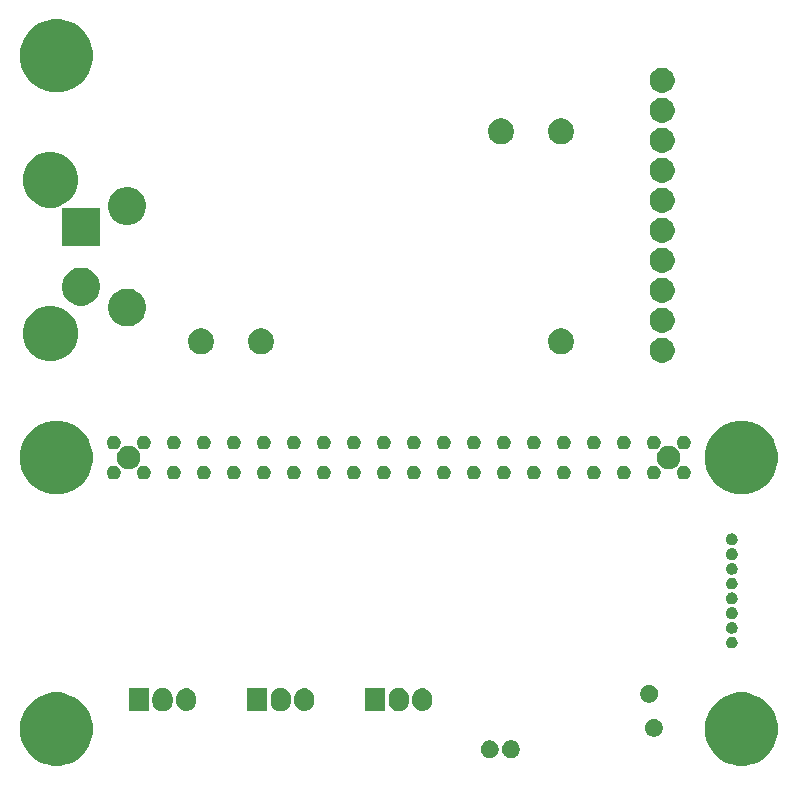
<source format=gbr>
G04 #@! TF.GenerationSoftware,KiCad,Pcbnew,5.0.2-bee76a0~70~ubuntu18.04.1*
G04 #@! TF.CreationDate,2019-11-01T13:53:43-07:00*
G04 #@! TF.ProjectId,piweather,70697765-6174-4686-9572-2e6b69636164,rev?*
G04 #@! TF.SameCoordinates,Original*
G04 #@! TF.FileFunction,Soldermask,Bot*
G04 #@! TF.FilePolarity,Negative*
%FSLAX46Y46*%
G04 Gerber Fmt 4.6, Leading zero omitted, Abs format (unit mm)*
G04 Created by KiCad (PCBNEW 5.0.2-bee76a0~70~ubuntu18.04.1) date Fri 01 Nov 2019 01:53:43 PM PDT*
%MOMM*%
%LPD*%
G01*
G04 APERTURE LIST*
%ADD10C,0.100000*%
G04 APERTURE END LIST*
D10*
G36*
X129904235Y-108519130D02*
X130032043Y-108572070D01*
X130468401Y-108752815D01*
X130976135Y-109092072D01*
X131407928Y-109523865D01*
X131747185Y-110031599D01*
X131927930Y-110467957D01*
X131980870Y-110595765D01*
X132100000Y-111194675D01*
X132100000Y-111805325D01*
X131980870Y-112404235D01*
X131980869Y-112404237D01*
X131747185Y-112968401D01*
X131407928Y-113476135D01*
X130976135Y-113907928D01*
X130468401Y-114247185D01*
X130032043Y-114427930D01*
X129904235Y-114480870D01*
X129305325Y-114600000D01*
X128694675Y-114600000D01*
X128095765Y-114480870D01*
X127967957Y-114427930D01*
X127531599Y-114247185D01*
X127023865Y-113907928D01*
X126592072Y-113476135D01*
X126252815Y-112968401D01*
X126019131Y-112404237D01*
X126019130Y-112404235D01*
X125900000Y-111805325D01*
X125900000Y-111194675D01*
X126019130Y-110595765D01*
X126072070Y-110467957D01*
X126252815Y-110031599D01*
X126592072Y-109523865D01*
X127023865Y-109092072D01*
X127531599Y-108752815D01*
X127967957Y-108572070D01*
X128095765Y-108519130D01*
X128694675Y-108400000D01*
X129305325Y-108400000D01*
X129904235Y-108519130D01*
X129904235Y-108519130D01*
G37*
G36*
X71904235Y-108519130D02*
X72032043Y-108572070D01*
X72468401Y-108752815D01*
X72976135Y-109092072D01*
X73407928Y-109523865D01*
X73747185Y-110031599D01*
X73927930Y-110467957D01*
X73980870Y-110595765D01*
X74100000Y-111194675D01*
X74100000Y-111805325D01*
X73980870Y-112404235D01*
X73980869Y-112404237D01*
X73747185Y-112968401D01*
X73407928Y-113476135D01*
X72976135Y-113907928D01*
X72468401Y-114247185D01*
X72032043Y-114427930D01*
X71904235Y-114480870D01*
X71305325Y-114600000D01*
X70694675Y-114600000D01*
X70095765Y-114480870D01*
X69967957Y-114427930D01*
X69531599Y-114247185D01*
X69023865Y-113907928D01*
X68592072Y-113476135D01*
X68252815Y-112968401D01*
X68019131Y-112404237D01*
X68019130Y-112404235D01*
X67900000Y-111805325D01*
X67900000Y-111194675D01*
X68019130Y-110595765D01*
X68072070Y-110467957D01*
X68252815Y-110031599D01*
X68592072Y-109523865D01*
X69023865Y-109092072D01*
X69531599Y-108752815D01*
X69967957Y-108572070D01*
X70095765Y-108519130D01*
X70694675Y-108400000D01*
X71305325Y-108400000D01*
X71904235Y-108519130D01*
X71904235Y-108519130D01*
G37*
G36*
X107918765Y-112478821D02*
X108055261Y-112535360D01*
X108178096Y-112617435D01*
X108282565Y-112721904D01*
X108364640Y-112844739D01*
X108421179Y-112981235D01*
X108450000Y-113126130D01*
X108450000Y-113273870D01*
X108421179Y-113418765D01*
X108364640Y-113555261D01*
X108282565Y-113678096D01*
X108178096Y-113782565D01*
X108055261Y-113864640D01*
X107918765Y-113921179D01*
X107773870Y-113950000D01*
X107626130Y-113950000D01*
X107481235Y-113921179D01*
X107344739Y-113864640D01*
X107221904Y-113782565D01*
X107117435Y-113678096D01*
X107035360Y-113555261D01*
X106978821Y-113418765D01*
X106950000Y-113273870D01*
X106950000Y-113126130D01*
X106978821Y-112981235D01*
X107035360Y-112844739D01*
X107117435Y-112721904D01*
X107221904Y-112617435D01*
X107344739Y-112535360D01*
X107481235Y-112478821D01*
X107626130Y-112450000D01*
X107773870Y-112450000D01*
X107918765Y-112478821D01*
X107918765Y-112478821D01*
G37*
G36*
X109718765Y-112478821D02*
X109855261Y-112535360D01*
X109978096Y-112617435D01*
X110082565Y-112721904D01*
X110164640Y-112844739D01*
X110221179Y-112981235D01*
X110250000Y-113126130D01*
X110250000Y-113273870D01*
X110221179Y-113418765D01*
X110164640Y-113555261D01*
X110082565Y-113678096D01*
X109978096Y-113782565D01*
X109855261Y-113864640D01*
X109718765Y-113921179D01*
X109573870Y-113950000D01*
X109426130Y-113950000D01*
X109281235Y-113921179D01*
X109144739Y-113864640D01*
X109021904Y-113782565D01*
X108917435Y-113678096D01*
X108835360Y-113555261D01*
X108778821Y-113418765D01*
X108750000Y-113273870D01*
X108750000Y-113126130D01*
X108778821Y-112981235D01*
X108835360Y-112844739D01*
X108917435Y-112721904D01*
X109021904Y-112617435D01*
X109144739Y-112535360D01*
X109281235Y-112478821D01*
X109426130Y-112450000D01*
X109573870Y-112450000D01*
X109718765Y-112478821D01*
X109718765Y-112478821D01*
G37*
G36*
X121818765Y-110678821D02*
X121955261Y-110735360D01*
X122078096Y-110817435D01*
X122182565Y-110921904D01*
X122264640Y-111044739D01*
X122321179Y-111181235D01*
X122350000Y-111326130D01*
X122350000Y-111473870D01*
X122321179Y-111618765D01*
X122264640Y-111755261D01*
X122182565Y-111878096D01*
X122078096Y-111982565D01*
X121955261Y-112064640D01*
X121818765Y-112121179D01*
X121673870Y-112150000D01*
X121526130Y-112150000D01*
X121381235Y-112121179D01*
X121244739Y-112064640D01*
X121121904Y-111982565D01*
X121017435Y-111878096D01*
X120935360Y-111755261D01*
X120878821Y-111618765D01*
X120850000Y-111473870D01*
X120850000Y-111326130D01*
X120878821Y-111181235D01*
X120935360Y-111044739D01*
X121017435Y-110921904D01*
X121121904Y-110817435D01*
X121244739Y-110735360D01*
X121381235Y-110678821D01*
X121526130Y-110650000D01*
X121673870Y-110650000D01*
X121818765Y-110678821D01*
X121818765Y-110678821D01*
G37*
G36*
X80166628Y-108012299D02*
X80277355Y-108045888D01*
X80326854Y-108060903D01*
X80400686Y-108100367D01*
X80474519Y-108139832D01*
X80603946Y-108246049D01*
X80710170Y-108375483D01*
X80760309Y-108469288D01*
X80789097Y-108523145D01*
X80800409Y-108560437D01*
X80837701Y-108683371D01*
X80850000Y-108808247D01*
X80850000Y-109191752D01*
X80837701Y-109316628D01*
X80804264Y-109426854D01*
X80789097Y-109476855D01*
X80763970Y-109523864D01*
X80710170Y-109624517D01*
X80603948Y-109753948D01*
X80474517Y-109860170D01*
X80380712Y-109910309D01*
X80326855Y-109939097D01*
X80289563Y-109950409D01*
X80166629Y-109987701D01*
X80000000Y-110004112D01*
X79833372Y-109987701D01*
X79710438Y-109950409D01*
X79673146Y-109939097D01*
X79599314Y-109899633D01*
X79525481Y-109860168D01*
X79396054Y-109753951D01*
X79289830Y-109624517D01*
X79236030Y-109523864D01*
X79210903Y-109476855D01*
X79195736Y-109426854D01*
X79162299Y-109316629D01*
X79150000Y-109191753D01*
X79150000Y-108808248D01*
X79162299Y-108683372D01*
X79210903Y-108523147D01*
X79210903Y-108523146D01*
X79262760Y-108426130D01*
X79289832Y-108375481D01*
X79396049Y-108246054D01*
X79525483Y-108139830D01*
X79619288Y-108089691D01*
X79673145Y-108060903D01*
X79722644Y-108045888D01*
X79833371Y-108012299D01*
X80000000Y-107995888D01*
X80166628Y-108012299D01*
X80166628Y-108012299D01*
G37*
G36*
X90166628Y-108012299D02*
X90277355Y-108045888D01*
X90326854Y-108060903D01*
X90400686Y-108100367D01*
X90474519Y-108139832D01*
X90603946Y-108246049D01*
X90710170Y-108375483D01*
X90760309Y-108469288D01*
X90789097Y-108523145D01*
X90800409Y-108560437D01*
X90837701Y-108683371D01*
X90850000Y-108808247D01*
X90850000Y-109191752D01*
X90837701Y-109316628D01*
X90804264Y-109426854D01*
X90789097Y-109476855D01*
X90763970Y-109523864D01*
X90710170Y-109624517D01*
X90603948Y-109753948D01*
X90474517Y-109860170D01*
X90380712Y-109910309D01*
X90326855Y-109939097D01*
X90289563Y-109950409D01*
X90166629Y-109987701D01*
X90000000Y-110004112D01*
X89833372Y-109987701D01*
X89710438Y-109950409D01*
X89673146Y-109939097D01*
X89599314Y-109899633D01*
X89525481Y-109860168D01*
X89396054Y-109753951D01*
X89289830Y-109624517D01*
X89236030Y-109523864D01*
X89210903Y-109476855D01*
X89195736Y-109426854D01*
X89162299Y-109316629D01*
X89150000Y-109191753D01*
X89150000Y-108808248D01*
X89162299Y-108683372D01*
X89210903Y-108523147D01*
X89210903Y-108523146D01*
X89262760Y-108426130D01*
X89289832Y-108375481D01*
X89396049Y-108246054D01*
X89525483Y-108139830D01*
X89619288Y-108089691D01*
X89673145Y-108060903D01*
X89722644Y-108045888D01*
X89833371Y-108012299D01*
X90000000Y-107995888D01*
X90166628Y-108012299D01*
X90166628Y-108012299D01*
G37*
G36*
X100166628Y-108012299D02*
X100277355Y-108045888D01*
X100326854Y-108060903D01*
X100400686Y-108100367D01*
X100474519Y-108139832D01*
X100603946Y-108246049D01*
X100710170Y-108375483D01*
X100760309Y-108469288D01*
X100789097Y-108523145D01*
X100800409Y-108560437D01*
X100837701Y-108683371D01*
X100850000Y-108808247D01*
X100850000Y-109191752D01*
X100837701Y-109316628D01*
X100804264Y-109426854D01*
X100789097Y-109476855D01*
X100763970Y-109523864D01*
X100710170Y-109624517D01*
X100603948Y-109753948D01*
X100474517Y-109860170D01*
X100380712Y-109910309D01*
X100326855Y-109939097D01*
X100289563Y-109950409D01*
X100166629Y-109987701D01*
X100000000Y-110004112D01*
X99833372Y-109987701D01*
X99710438Y-109950409D01*
X99673146Y-109939097D01*
X99599314Y-109899633D01*
X99525481Y-109860168D01*
X99396054Y-109753951D01*
X99289830Y-109624517D01*
X99236030Y-109523864D01*
X99210903Y-109476855D01*
X99195736Y-109426854D01*
X99162299Y-109316629D01*
X99150000Y-109191753D01*
X99150000Y-108808248D01*
X99162299Y-108683372D01*
X99210903Y-108523147D01*
X99210903Y-108523146D01*
X99262760Y-108426130D01*
X99289832Y-108375481D01*
X99396049Y-108246054D01*
X99525483Y-108139830D01*
X99619288Y-108089691D01*
X99673145Y-108060903D01*
X99722644Y-108045888D01*
X99833371Y-108012299D01*
X100000000Y-107995888D01*
X100166628Y-108012299D01*
X100166628Y-108012299D01*
G37*
G36*
X88850000Y-110000000D02*
X87150000Y-110000000D01*
X87150000Y-108000000D01*
X88850000Y-108000000D01*
X88850000Y-110000000D01*
X88850000Y-110000000D01*
G37*
G36*
X98850000Y-110000000D02*
X97150000Y-110000000D01*
X97150000Y-108000000D01*
X98850000Y-108000000D01*
X98850000Y-110000000D01*
X98850000Y-110000000D01*
G37*
G36*
X78850000Y-110000000D02*
X77150000Y-110000000D01*
X77150000Y-108000000D01*
X78850000Y-108000000D01*
X78850000Y-110000000D01*
X78850000Y-110000000D01*
G37*
G36*
X102166628Y-108062299D02*
X102289562Y-108099591D01*
X102326854Y-108110903D01*
X102400686Y-108150367D01*
X102474519Y-108189832D01*
X102603946Y-108296049D01*
X102710170Y-108425483D01*
X102760225Y-108519130D01*
X102789097Y-108573145D01*
X102789317Y-108573870D01*
X102837701Y-108733371D01*
X102850000Y-108858247D01*
X102850000Y-109141752D01*
X102837701Y-109266628D01*
X102822533Y-109316629D01*
X102789097Y-109426855D01*
X102762372Y-109476854D01*
X102710170Y-109574517D01*
X102603948Y-109703948D01*
X102474517Y-109810170D01*
X102380977Y-109860168D01*
X102326855Y-109889097D01*
X102289563Y-109900409D01*
X102166629Y-109937701D01*
X102000000Y-109954112D01*
X101833372Y-109937701D01*
X101710438Y-109900409D01*
X101673146Y-109889097D01*
X101599314Y-109849633D01*
X101525481Y-109810168D01*
X101396054Y-109703951D01*
X101289830Y-109574517D01*
X101237628Y-109476854D01*
X101210903Y-109426855D01*
X101199591Y-109389563D01*
X101162299Y-109266629D01*
X101150000Y-109141753D01*
X101150000Y-108858248D01*
X101162299Y-108733372D01*
X101199591Y-108610438D01*
X101210903Y-108573146D01*
X101289485Y-108426131D01*
X101289832Y-108425481D01*
X101396049Y-108296054D01*
X101525483Y-108189830D01*
X101619288Y-108139691D01*
X101673145Y-108110903D01*
X101710437Y-108099591D01*
X101833371Y-108062299D01*
X102000000Y-108045888D01*
X102166628Y-108062299D01*
X102166628Y-108062299D01*
G37*
G36*
X92166628Y-108062299D02*
X92289562Y-108099591D01*
X92326854Y-108110903D01*
X92400686Y-108150367D01*
X92474519Y-108189832D01*
X92603946Y-108296049D01*
X92710170Y-108425483D01*
X92760225Y-108519130D01*
X92789097Y-108573145D01*
X92789317Y-108573870D01*
X92837701Y-108733371D01*
X92850000Y-108858247D01*
X92850000Y-109141752D01*
X92837701Y-109266628D01*
X92822533Y-109316629D01*
X92789097Y-109426855D01*
X92762372Y-109476854D01*
X92710170Y-109574517D01*
X92603948Y-109703948D01*
X92474517Y-109810170D01*
X92380977Y-109860168D01*
X92326855Y-109889097D01*
X92289563Y-109900409D01*
X92166629Y-109937701D01*
X92000000Y-109954112D01*
X91833372Y-109937701D01*
X91710438Y-109900409D01*
X91673146Y-109889097D01*
X91599314Y-109849633D01*
X91525481Y-109810168D01*
X91396054Y-109703951D01*
X91289830Y-109574517D01*
X91237628Y-109476854D01*
X91210903Y-109426855D01*
X91199591Y-109389563D01*
X91162299Y-109266629D01*
X91150000Y-109141753D01*
X91150000Y-108858248D01*
X91162299Y-108733372D01*
X91199591Y-108610438D01*
X91210903Y-108573146D01*
X91289485Y-108426131D01*
X91289832Y-108425481D01*
X91396049Y-108296054D01*
X91525483Y-108189830D01*
X91619288Y-108139691D01*
X91673145Y-108110903D01*
X91710437Y-108099591D01*
X91833371Y-108062299D01*
X92000000Y-108045888D01*
X92166628Y-108062299D01*
X92166628Y-108062299D01*
G37*
G36*
X82166628Y-108062299D02*
X82289562Y-108099591D01*
X82326854Y-108110903D01*
X82400686Y-108150367D01*
X82474519Y-108189832D01*
X82603946Y-108296049D01*
X82710170Y-108425483D01*
X82760225Y-108519130D01*
X82789097Y-108573145D01*
X82789317Y-108573870D01*
X82837701Y-108733371D01*
X82850000Y-108858247D01*
X82850000Y-109141752D01*
X82837701Y-109266628D01*
X82822533Y-109316629D01*
X82789097Y-109426855D01*
X82762372Y-109476854D01*
X82710170Y-109574517D01*
X82603948Y-109703948D01*
X82474517Y-109810170D01*
X82380977Y-109860168D01*
X82326855Y-109889097D01*
X82289563Y-109900409D01*
X82166629Y-109937701D01*
X82000000Y-109954112D01*
X81833372Y-109937701D01*
X81710438Y-109900409D01*
X81673146Y-109889097D01*
X81599314Y-109849633D01*
X81525481Y-109810168D01*
X81396054Y-109703951D01*
X81289830Y-109574517D01*
X81237628Y-109476854D01*
X81210903Y-109426855D01*
X81199591Y-109389563D01*
X81162299Y-109266629D01*
X81150000Y-109141753D01*
X81150000Y-108858248D01*
X81162299Y-108733372D01*
X81199591Y-108610438D01*
X81210903Y-108573146D01*
X81289485Y-108426131D01*
X81289832Y-108425481D01*
X81396049Y-108296054D01*
X81525483Y-108189830D01*
X81619288Y-108139691D01*
X81673145Y-108110903D01*
X81710437Y-108099591D01*
X81833371Y-108062299D01*
X82000000Y-108045888D01*
X82166628Y-108062299D01*
X82166628Y-108062299D01*
G37*
G36*
X121418765Y-107778821D02*
X121555261Y-107835360D01*
X121678096Y-107917435D01*
X121782565Y-108021904D01*
X121864640Y-108144739D01*
X121921179Y-108281235D01*
X121950000Y-108426130D01*
X121950000Y-108573870D01*
X121921179Y-108718765D01*
X121864640Y-108855261D01*
X121782565Y-108978096D01*
X121678096Y-109082565D01*
X121555261Y-109164640D01*
X121418765Y-109221179D01*
X121273870Y-109250000D01*
X121126130Y-109250000D01*
X120981235Y-109221179D01*
X120844739Y-109164640D01*
X120721904Y-109082565D01*
X120617435Y-108978096D01*
X120535360Y-108855261D01*
X120478821Y-108718765D01*
X120450000Y-108573870D01*
X120450000Y-108426130D01*
X120478821Y-108281235D01*
X120535360Y-108144739D01*
X120617435Y-108021904D01*
X120721904Y-107917435D01*
X120844739Y-107835360D01*
X120981235Y-107778821D01*
X121126130Y-107750000D01*
X121273870Y-107750000D01*
X121418765Y-107778821D01*
X121418765Y-107778821D01*
G37*
G36*
X128345843Y-103694214D02*
X128345846Y-103694215D01*
X128345845Y-103694215D01*
X128436839Y-103731906D01*
X128491311Y-103768303D01*
X128518733Y-103786626D01*
X128588374Y-103856267D01*
X128588375Y-103856269D01*
X128643094Y-103938161D01*
X128643094Y-103938162D01*
X128680786Y-104029157D01*
X128700000Y-104125753D01*
X128700000Y-104224247D01*
X128680786Y-104320843D01*
X128680785Y-104320845D01*
X128643094Y-104411839D01*
X128606697Y-104466311D01*
X128588374Y-104493733D01*
X128518733Y-104563374D01*
X128491311Y-104581697D01*
X128436839Y-104618094D01*
X128372495Y-104644746D01*
X128345843Y-104655786D01*
X128249247Y-104675000D01*
X128150753Y-104675000D01*
X128054157Y-104655786D01*
X128027505Y-104644746D01*
X127963161Y-104618094D01*
X127908689Y-104581697D01*
X127881267Y-104563374D01*
X127811626Y-104493733D01*
X127793303Y-104466311D01*
X127756906Y-104411839D01*
X127719215Y-104320845D01*
X127719214Y-104320843D01*
X127700000Y-104224247D01*
X127700000Y-104125753D01*
X127719214Y-104029157D01*
X127756906Y-103938162D01*
X127756906Y-103938161D01*
X127811625Y-103856269D01*
X127811626Y-103856267D01*
X127881267Y-103786626D01*
X127908689Y-103768303D01*
X127963161Y-103731906D01*
X128054155Y-103694215D01*
X128054154Y-103694215D01*
X128054157Y-103694214D01*
X128150753Y-103675000D01*
X128249247Y-103675000D01*
X128345843Y-103694214D01*
X128345843Y-103694214D01*
G37*
G36*
X128345843Y-102444214D02*
X128345846Y-102444215D01*
X128345845Y-102444215D01*
X128436839Y-102481906D01*
X128491311Y-102518303D01*
X128518733Y-102536626D01*
X128588374Y-102606267D01*
X128588375Y-102606269D01*
X128643094Y-102688161D01*
X128643094Y-102688162D01*
X128680786Y-102779157D01*
X128700000Y-102875753D01*
X128700000Y-102974247D01*
X128680786Y-103070843D01*
X128680785Y-103070845D01*
X128643094Y-103161839D01*
X128606697Y-103216311D01*
X128588374Y-103243733D01*
X128518733Y-103313374D01*
X128491311Y-103331697D01*
X128436839Y-103368094D01*
X128372495Y-103394746D01*
X128345843Y-103405786D01*
X128249247Y-103425000D01*
X128150753Y-103425000D01*
X128054157Y-103405786D01*
X128027505Y-103394746D01*
X127963161Y-103368094D01*
X127908689Y-103331697D01*
X127881267Y-103313374D01*
X127811626Y-103243733D01*
X127793303Y-103216311D01*
X127756906Y-103161839D01*
X127719215Y-103070845D01*
X127719214Y-103070843D01*
X127700000Y-102974247D01*
X127700000Y-102875753D01*
X127719214Y-102779157D01*
X127756906Y-102688162D01*
X127756906Y-102688161D01*
X127811625Y-102606269D01*
X127811626Y-102606267D01*
X127881267Y-102536626D01*
X127908689Y-102518303D01*
X127963161Y-102481906D01*
X128054155Y-102444215D01*
X128054154Y-102444215D01*
X128054157Y-102444214D01*
X128150753Y-102425000D01*
X128249247Y-102425000D01*
X128345843Y-102444214D01*
X128345843Y-102444214D01*
G37*
G36*
X128345843Y-101194214D02*
X128345846Y-101194215D01*
X128345845Y-101194215D01*
X128436839Y-101231906D01*
X128491311Y-101268303D01*
X128518733Y-101286626D01*
X128588374Y-101356267D01*
X128588375Y-101356269D01*
X128643094Y-101438161D01*
X128643094Y-101438162D01*
X128680786Y-101529157D01*
X128700000Y-101625753D01*
X128700000Y-101724247D01*
X128680786Y-101820843D01*
X128680785Y-101820845D01*
X128643094Y-101911839D01*
X128606697Y-101966311D01*
X128588374Y-101993733D01*
X128518733Y-102063374D01*
X128491311Y-102081697D01*
X128436839Y-102118094D01*
X128372495Y-102144746D01*
X128345843Y-102155786D01*
X128249247Y-102175000D01*
X128150753Y-102175000D01*
X128054157Y-102155786D01*
X128027505Y-102144746D01*
X127963161Y-102118094D01*
X127908689Y-102081697D01*
X127881267Y-102063374D01*
X127811626Y-101993733D01*
X127793303Y-101966311D01*
X127756906Y-101911839D01*
X127719215Y-101820845D01*
X127719214Y-101820843D01*
X127700000Y-101724247D01*
X127700000Y-101625753D01*
X127719214Y-101529157D01*
X127756906Y-101438162D01*
X127756906Y-101438161D01*
X127811625Y-101356269D01*
X127811626Y-101356267D01*
X127881267Y-101286626D01*
X127908689Y-101268303D01*
X127963161Y-101231906D01*
X128054155Y-101194215D01*
X128054154Y-101194215D01*
X128054157Y-101194214D01*
X128150753Y-101175000D01*
X128249247Y-101175000D01*
X128345843Y-101194214D01*
X128345843Y-101194214D01*
G37*
G36*
X128345843Y-99944214D02*
X128345846Y-99944215D01*
X128345845Y-99944215D01*
X128436839Y-99981906D01*
X128491311Y-100018303D01*
X128518733Y-100036626D01*
X128588374Y-100106267D01*
X128588375Y-100106269D01*
X128643094Y-100188161D01*
X128643094Y-100188162D01*
X128680786Y-100279157D01*
X128700000Y-100375753D01*
X128700000Y-100474247D01*
X128680786Y-100570843D01*
X128680785Y-100570845D01*
X128643094Y-100661839D01*
X128606697Y-100716311D01*
X128588374Y-100743733D01*
X128518733Y-100813374D01*
X128491311Y-100831697D01*
X128436839Y-100868094D01*
X128372495Y-100894746D01*
X128345843Y-100905786D01*
X128249247Y-100925000D01*
X128150753Y-100925000D01*
X128054157Y-100905786D01*
X128027505Y-100894746D01*
X127963161Y-100868094D01*
X127908689Y-100831697D01*
X127881267Y-100813374D01*
X127811626Y-100743733D01*
X127793303Y-100716311D01*
X127756906Y-100661839D01*
X127719215Y-100570845D01*
X127719214Y-100570843D01*
X127700000Y-100474247D01*
X127700000Y-100375753D01*
X127719214Y-100279157D01*
X127756906Y-100188162D01*
X127756906Y-100188161D01*
X127811625Y-100106269D01*
X127811626Y-100106267D01*
X127881267Y-100036626D01*
X127908689Y-100018303D01*
X127963161Y-99981906D01*
X128054155Y-99944215D01*
X128054154Y-99944215D01*
X128054157Y-99944214D01*
X128150753Y-99925000D01*
X128249247Y-99925000D01*
X128345843Y-99944214D01*
X128345843Y-99944214D01*
G37*
G36*
X128345843Y-98694214D02*
X128345846Y-98694215D01*
X128345845Y-98694215D01*
X128436839Y-98731906D01*
X128491311Y-98768303D01*
X128518733Y-98786626D01*
X128588374Y-98856267D01*
X128588375Y-98856269D01*
X128643094Y-98938161D01*
X128643094Y-98938162D01*
X128680786Y-99029157D01*
X128700000Y-99125753D01*
X128700000Y-99224247D01*
X128680786Y-99320843D01*
X128680785Y-99320845D01*
X128643094Y-99411839D01*
X128606697Y-99466311D01*
X128588374Y-99493733D01*
X128518733Y-99563374D01*
X128491311Y-99581697D01*
X128436839Y-99618094D01*
X128372495Y-99644746D01*
X128345843Y-99655786D01*
X128249247Y-99675000D01*
X128150753Y-99675000D01*
X128054157Y-99655786D01*
X128027505Y-99644746D01*
X127963161Y-99618094D01*
X127908689Y-99581697D01*
X127881267Y-99563374D01*
X127811626Y-99493733D01*
X127793303Y-99466311D01*
X127756906Y-99411839D01*
X127719215Y-99320845D01*
X127719214Y-99320843D01*
X127700000Y-99224247D01*
X127700000Y-99125753D01*
X127719214Y-99029157D01*
X127756906Y-98938162D01*
X127756906Y-98938161D01*
X127811625Y-98856269D01*
X127811626Y-98856267D01*
X127881267Y-98786626D01*
X127908689Y-98768303D01*
X127963161Y-98731906D01*
X128054155Y-98694215D01*
X128054154Y-98694215D01*
X128054157Y-98694214D01*
X128150753Y-98675000D01*
X128249247Y-98675000D01*
X128345843Y-98694214D01*
X128345843Y-98694214D01*
G37*
G36*
X128345843Y-97444214D02*
X128345846Y-97444215D01*
X128345845Y-97444215D01*
X128436839Y-97481906D01*
X128491311Y-97518303D01*
X128518733Y-97536626D01*
X128588374Y-97606267D01*
X128588375Y-97606269D01*
X128643094Y-97688161D01*
X128643094Y-97688162D01*
X128680786Y-97779157D01*
X128700000Y-97875753D01*
X128700000Y-97974247D01*
X128680786Y-98070843D01*
X128680785Y-98070845D01*
X128643094Y-98161839D01*
X128606697Y-98216311D01*
X128588374Y-98243733D01*
X128518733Y-98313374D01*
X128491311Y-98331697D01*
X128436839Y-98368094D01*
X128372495Y-98394746D01*
X128345843Y-98405786D01*
X128249247Y-98425000D01*
X128150753Y-98425000D01*
X128054157Y-98405786D01*
X128027505Y-98394746D01*
X127963161Y-98368094D01*
X127908689Y-98331697D01*
X127881267Y-98313374D01*
X127811626Y-98243733D01*
X127793303Y-98216311D01*
X127756906Y-98161839D01*
X127719215Y-98070845D01*
X127719214Y-98070843D01*
X127700000Y-97974247D01*
X127700000Y-97875753D01*
X127719214Y-97779157D01*
X127756906Y-97688162D01*
X127756906Y-97688161D01*
X127811625Y-97606269D01*
X127811626Y-97606267D01*
X127881267Y-97536626D01*
X127908689Y-97518303D01*
X127963161Y-97481906D01*
X128054155Y-97444215D01*
X128054154Y-97444215D01*
X128054157Y-97444214D01*
X128150753Y-97425000D01*
X128249247Y-97425000D01*
X128345843Y-97444214D01*
X128345843Y-97444214D01*
G37*
G36*
X128345843Y-96194214D02*
X128345846Y-96194215D01*
X128345845Y-96194215D01*
X128436839Y-96231906D01*
X128491311Y-96268303D01*
X128518733Y-96286626D01*
X128588374Y-96356267D01*
X128588375Y-96356269D01*
X128643094Y-96438161D01*
X128643094Y-96438162D01*
X128680786Y-96529157D01*
X128700000Y-96625753D01*
X128700000Y-96724247D01*
X128680786Y-96820843D01*
X128680785Y-96820845D01*
X128643094Y-96911839D01*
X128606697Y-96966311D01*
X128588374Y-96993733D01*
X128518733Y-97063374D01*
X128491311Y-97081697D01*
X128436839Y-97118094D01*
X128372495Y-97144746D01*
X128345843Y-97155786D01*
X128249247Y-97175000D01*
X128150753Y-97175000D01*
X128054157Y-97155786D01*
X128027505Y-97144746D01*
X127963161Y-97118094D01*
X127908689Y-97081697D01*
X127881267Y-97063374D01*
X127811626Y-96993733D01*
X127793303Y-96966311D01*
X127756906Y-96911839D01*
X127719215Y-96820845D01*
X127719214Y-96820843D01*
X127700000Y-96724247D01*
X127700000Y-96625753D01*
X127719214Y-96529157D01*
X127756906Y-96438162D01*
X127756906Y-96438161D01*
X127811625Y-96356269D01*
X127811626Y-96356267D01*
X127881267Y-96286626D01*
X127908689Y-96268303D01*
X127963161Y-96231906D01*
X128054155Y-96194215D01*
X128054154Y-96194215D01*
X128054157Y-96194214D01*
X128150753Y-96175000D01*
X128249247Y-96175000D01*
X128345843Y-96194214D01*
X128345843Y-96194214D01*
G37*
G36*
X128345843Y-94944214D02*
X128345846Y-94944215D01*
X128345845Y-94944215D01*
X128436839Y-94981906D01*
X128491311Y-95018303D01*
X128518733Y-95036626D01*
X128588374Y-95106267D01*
X128588375Y-95106269D01*
X128643094Y-95188161D01*
X128643094Y-95188162D01*
X128680786Y-95279157D01*
X128700000Y-95375753D01*
X128700000Y-95474247D01*
X128680786Y-95570843D01*
X128680785Y-95570845D01*
X128643094Y-95661839D01*
X128606697Y-95716311D01*
X128588374Y-95743733D01*
X128518733Y-95813374D01*
X128491311Y-95831697D01*
X128436839Y-95868094D01*
X128372495Y-95894746D01*
X128345843Y-95905786D01*
X128249247Y-95925000D01*
X128150753Y-95925000D01*
X128054157Y-95905786D01*
X128027505Y-95894746D01*
X127963161Y-95868094D01*
X127908689Y-95831697D01*
X127881267Y-95813374D01*
X127811626Y-95743733D01*
X127793303Y-95716311D01*
X127756906Y-95661839D01*
X127719215Y-95570845D01*
X127719214Y-95570843D01*
X127700000Y-95474247D01*
X127700000Y-95375753D01*
X127719214Y-95279157D01*
X127756906Y-95188162D01*
X127756906Y-95188161D01*
X127811625Y-95106269D01*
X127811626Y-95106267D01*
X127881267Y-95036626D01*
X127908689Y-95018303D01*
X127963161Y-94981906D01*
X128054155Y-94944215D01*
X128054154Y-94944215D01*
X128054157Y-94944214D01*
X128150753Y-94925000D01*
X128249247Y-94925000D01*
X128345843Y-94944214D01*
X128345843Y-94944214D01*
G37*
G36*
X71904235Y-85519130D02*
X71904238Y-85519131D01*
X71904237Y-85519131D01*
X72468401Y-85752815D01*
X72976135Y-86092072D01*
X73407928Y-86523865D01*
X73747185Y-87031599D01*
X73805499Y-87172382D01*
X73980870Y-87595765D01*
X74100000Y-88194675D01*
X74100000Y-88805325D01*
X73980870Y-89404235D01*
X73944144Y-89492900D01*
X73747185Y-89968401D01*
X73407928Y-90476135D01*
X72976135Y-90907928D01*
X72468401Y-91247185D01*
X72032043Y-91427930D01*
X71904235Y-91480870D01*
X71305325Y-91600000D01*
X70694675Y-91600000D01*
X70095765Y-91480870D01*
X69967957Y-91427930D01*
X69531599Y-91247185D01*
X69023865Y-90907928D01*
X68592072Y-90476135D01*
X68252815Y-89968401D01*
X68055856Y-89492900D01*
X68019130Y-89404235D01*
X67900000Y-88805325D01*
X67900000Y-88194675D01*
X68019130Y-87595765D01*
X68194501Y-87172382D01*
X68252815Y-87031599D01*
X68592072Y-86523865D01*
X69023865Y-86092072D01*
X69531599Y-85752815D01*
X70095763Y-85519131D01*
X70095762Y-85519131D01*
X70095765Y-85519130D01*
X70694675Y-85400000D01*
X71305325Y-85400000D01*
X71904235Y-85519130D01*
X71904235Y-85519130D01*
G37*
G36*
X129904235Y-85519130D02*
X129904238Y-85519131D01*
X129904237Y-85519131D01*
X130468401Y-85752815D01*
X130976135Y-86092072D01*
X131407928Y-86523865D01*
X131747185Y-87031599D01*
X131805499Y-87172382D01*
X131980870Y-87595765D01*
X132100000Y-88194675D01*
X132100000Y-88805325D01*
X131980870Y-89404235D01*
X131944144Y-89492900D01*
X131747185Y-89968401D01*
X131407928Y-90476135D01*
X130976135Y-90907928D01*
X130468401Y-91247185D01*
X130032043Y-91427930D01*
X129904235Y-91480870D01*
X129305325Y-91600000D01*
X128694675Y-91600000D01*
X128095765Y-91480870D01*
X127967957Y-91427930D01*
X127531599Y-91247185D01*
X127023865Y-90907928D01*
X126592072Y-90476135D01*
X126252815Y-89968401D01*
X126055856Y-89492900D01*
X126019130Y-89404235D01*
X125900000Y-88805325D01*
X125900000Y-88194675D01*
X126019130Y-87595765D01*
X126194501Y-87172382D01*
X126252815Y-87031599D01*
X126592072Y-86523865D01*
X127023865Y-86092072D01*
X127531599Y-85752815D01*
X128095763Y-85519131D01*
X128095762Y-85519131D01*
X128095765Y-85519130D01*
X128694675Y-85400000D01*
X129305325Y-85400000D01*
X129904235Y-85519130D01*
X129904235Y-85519130D01*
G37*
G36*
X119220638Y-89207481D02*
X119327102Y-89251579D01*
X119422916Y-89315600D01*
X119504400Y-89397084D01*
X119568421Y-89492898D01*
X119612519Y-89599362D01*
X119635000Y-89712382D01*
X119635000Y-89827618D01*
X119612519Y-89940638D01*
X119568421Y-90047102D01*
X119504400Y-90142916D01*
X119422916Y-90224400D01*
X119327102Y-90288421D01*
X119220638Y-90332519D01*
X119107618Y-90355000D01*
X118992382Y-90355000D01*
X118879362Y-90332519D01*
X118772898Y-90288421D01*
X118677084Y-90224400D01*
X118595600Y-90142916D01*
X118531579Y-90047102D01*
X118487481Y-89940638D01*
X118465000Y-89827618D01*
X118465000Y-89712382D01*
X118487481Y-89599362D01*
X118531579Y-89492898D01*
X118595600Y-89397084D01*
X118677084Y-89315600D01*
X118772898Y-89251579D01*
X118879362Y-89207481D01*
X118992382Y-89185000D01*
X119107618Y-89185000D01*
X119220638Y-89207481D01*
X119220638Y-89207481D01*
G37*
G36*
X121760638Y-89207481D02*
X121867102Y-89251579D01*
X121962916Y-89315600D01*
X122044400Y-89397084D01*
X122108421Y-89492898D01*
X122152519Y-89599362D01*
X122175000Y-89712382D01*
X122175000Y-89827618D01*
X122152519Y-89940638D01*
X122108421Y-90047102D01*
X122044400Y-90142916D01*
X121962916Y-90224400D01*
X121867102Y-90288421D01*
X121760638Y-90332519D01*
X121647618Y-90355000D01*
X121532382Y-90355000D01*
X121419362Y-90332519D01*
X121312898Y-90288421D01*
X121217084Y-90224400D01*
X121135600Y-90142916D01*
X121071579Y-90047102D01*
X121027481Y-89940638D01*
X121005000Y-89827618D01*
X121005000Y-89712382D01*
X121027481Y-89599362D01*
X121071579Y-89492898D01*
X121135600Y-89397084D01*
X121217084Y-89315600D01*
X121312898Y-89251579D01*
X121419362Y-89207481D01*
X121532382Y-89185000D01*
X121647618Y-89185000D01*
X121760638Y-89207481D01*
X121760638Y-89207481D01*
G37*
G36*
X124300638Y-89207481D02*
X124407102Y-89251579D01*
X124502916Y-89315600D01*
X124584400Y-89397084D01*
X124648421Y-89492898D01*
X124692519Y-89599362D01*
X124715000Y-89712382D01*
X124715000Y-89827618D01*
X124692519Y-89940638D01*
X124648421Y-90047102D01*
X124584400Y-90142916D01*
X124502916Y-90224400D01*
X124407102Y-90288421D01*
X124300638Y-90332519D01*
X124187618Y-90355000D01*
X124072382Y-90355000D01*
X123959362Y-90332519D01*
X123852898Y-90288421D01*
X123757084Y-90224400D01*
X123675600Y-90142916D01*
X123611579Y-90047102D01*
X123567481Y-89940638D01*
X123545000Y-89827618D01*
X123545000Y-89712382D01*
X123567481Y-89599362D01*
X123611579Y-89492898D01*
X123675600Y-89397084D01*
X123757084Y-89315600D01*
X123852898Y-89251579D01*
X123959362Y-89207481D01*
X124072382Y-89185000D01*
X124187618Y-89185000D01*
X124300638Y-89207481D01*
X124300638Y-89207481D01*
G37*
G36*
X98900638Y-89207481D02*
X99007102Y-89251579D01*
X99102916Y-89315600D01*
X99184400Y-89397084D01*
X99248421Y-89492898D01*
X99292519Y-89599362D01*
X99315000Y-89712382D01*
X99315000Y-89827618D01*
X99292519Y-89940638D01*
X99248421Y-90047102D01*
X99184400Y-90142916D01*
X99102916Y-90224400D01*
X99007102Y-90288421D01*
X98900638Y-90332519D01*
X98787618Y-90355000D01*
X98672382Y-90355000D01*
X98559362Y-90332519D01*
X98452898Y-90288421D01*
X98357084Y-90224400D01*
X98275600Y-90142916D01*
X98211579Y-90047102D01*
X98167481Y-89940638D01*
X98145000Y-89827618D01*
X98145000Y-89712382D01*
X98167481Y-89599362D01*
X98211579Y-89492898D01*
X98275600Y-89397084D01*
X98357084Y-89315600D01*
X98452898Y-89251579D01*
X98559362Y-89207481D01*
X98672382Y-89185000D01*
X98787618Y-89185000D01*
X98900638Y-89207481D01*
X98900638Y-89207481D01*
G37*
G36*
X93820638Y-89207481D02*
X93927102Y-89251579D01*
X94022916Y-89315600D01*
X94104400Y-89397084D01*
X94168421Y-89492898D01*
X94212519Y-89599362D01*
X94235000Y-89712382D01*
X94235000Y-89827618D01*
X94212519Y-89940638D01*
X94168421Y-90047102D01*
X94104400Y-90142916D01*
X94022916Y-90224400D01*
X93927102Y-90288421D01*
X93820638Y-90332519D01*
X93707618Y-90355000D01*
X93592382Y-90355000D01*
X93479362Y-90332519D01*
X93372898Y-90288421D01*
X93277084Y-90224400D01*
X93195600Y-90142916D01*
X93131579Y-90047102D01*
X93087481Y-89940638D01*
X93065000Y-89827618D01*
X93065000Y-89712382D01*
X93087481Y-89599362D01*
X93131579Y-89492898D01*
X93195600Y-89397084D01*
X93277084Y-89315600D01*
X93372898Y-89251579D01*
X93479362Y-89207481D01*
X93592382Y-89185000D01*
X93707618Y-89185000D01*
X93820638Y-89207481D01*
X93820638Y-89207481D01*
G37*
G36*
X106520638Y-89207481D02*
X106627102Y-89251579D01*
X106722916Y-89315600D01*
X106804400Y-89397084D01*
X106868421Y-89492898D01*
X106912519Y-89599362D01*
X106935000Y-89712382D01*
X106935000Y-89827618D01*
X106912519Y-89940638D01*
X106868421Y-90047102D01*
X106804400Y-90142916D01*
X106722916Y-90224400D01*
X106627102Y-90288421D01*
X106520638Y-90332519D01*
X106407618Y-90355000D01*
X106292382Y-90355000D01*
X106179362Y-90332519D01*
X106072898Y-90288421D01*
X105977084Y-90224400D01*
X105895600Y-90142916D01*
X105831579Y-90047102D01*
X105787481Y-89940638D01*
X105765000Y-89827618D01*
X105765000Y-89712382D01*
X105787481Y-89599362D01*
X105831579Y-89492898D01*
X105895600Y-89397084D01*
X105977084Y-89315600D01*
X106072898Y-89251579D01*
X106179362Y-89207481D01*
X106292382Y-89185000D01*
X106407618Y-89185000D01*
X106520638Y-89207481D01*
X106520638Y-89207481D01*
G37*
G36*
X109060638Y-89207481D02*
X109167102Y-89251579D01*
X109262916Y-89315600D01*
X109344400Y-89397084D01*
X109408421Y-89492898D01*
X109452519Y-89599362D01*
X109475000Y-89712382D01*
X109475000Y-89827618D01*
X109452519Y-89940638D01*
X109408421Y-90047102D01*
X109344400Y-90142916D01*
X109262916Y-90224400D01*
X109167102Y-90288421D01*
X109060638Y-90332519D01*
X108947618Y-90355000D01*
X108832382Y-90355000D01*
X108719362Y-90332519D01*
X108612898Y-90288421D01*
X108517084Y-90224400D01*
X108435600Y-90142916D01*
X108371579Y-90047102D01*
X108327481Y-89940638D01*
X108305000Y-89827618D01*
X108305000Y-89712382D01*
X108327481Y-89599362D01*
X108371579Y-89492898D01*
X108435600Y-89397084D01*
X108517084Y-89315600D01*
X108612898Y-89251579D01*
X108719362Y-89207481D01*
X108832382Y-89185000D01*
X108947618Y-89185000D01*
X109060638Y-89207481D01*
X109060638Y-89207481D01*
G37*
G36*
X96360638Y-89207481D02*
X96467102Y-89251579D01*
X96562916Y-89315600D01*
X96644400Y-89397084D01*
X96708421Y-89492898D01*
X96752519Y-89599362D01*
X96775000Y-89712382D01*
X96775000Y-89827618D01*
X96752519Y-89940638D01*
X96708421Y-90047102D01*
X96644400Y-90142916D01*
X96562916Y-90224400D01*
X96467102Y-90288421D01*
X96360638Y-90332519D01*
X96247618Y-90355000D01*
X96132382Y-90355000D01*
X96019362Y-90332519D01*
X95912898Y-90288421D01*
X95817084Y-90224400D01*
X95735600Y-90142916D01*
X95671579Y-90047102D01*
X95627481Y-89940638D01*
X95605000Y-89827618D01*
X95605000Y-89712382D01*
X95627481Y-89599362D01*
X95671579Y-89492898D01*
X95735600Y-89397084D01*
X95817084Y-89315600D01*
X95912898Y-89251579D01*
X96019362Y-89207481D01*
X96132382Y-89185000D01*
X96247618Y-89185000D01*
X96360638Y-89207481D01*
X96360638Y-89207481D01*
G37*
G36*
X91280638Y-89207481D02*
X91387102Y-89251579D01*
X91482916Y-89315600D01*
X91564400Y-89397084D01*
X91628421Y-89492898D01*
X91672519Y-89599362D01*
X91695000Y-89712382D01*
X91695000Y-89827618D01*
X91672519Y-89940638D01*
X91628421Y-90047102D01*
X91564400Y-90142916D01*
X91482916Y-90224400D01*
X91387102Y-90288421D01*
X91280638Y-90332519D01*
X91167618Y-90355000D01*
X91052382Y-90355000D01*
X90939362Y-90332519D01*
X90832898Y-90288421D01*
X90737084Y-90224400D01*
X90655600Y-90142916D01*
X90591579Y-90047102D01*
X90547481Y-89940638D01*
X90525000Y-89827618D01*
X90525000Y-89712382D01*
X90547481Y-89599362D01*
X90591579Y-89492898D01*
X90655600Y-89397084D01*
X90737084Y-89315600D01*
X90832898Y-89251579D01*
X90939362Y-89207481D01*
X91052382Y-89185000D01*
X91167618Y-89185000D01*
X91280638Y-89207481D01*
X91280638Y-89207481D01*
G37*
G36*
X88740638Y-89207481D02*
X88847102Y-89251579D01*
X88942916Y-89315600D01*
X89024400Y-89397084D01*
X89088421Y-89492898D01*
X89132519Y-89599362D01*
X89155000Y-89712382D01*
X89155000Y-89827618D01*
X89132519Y-89940638D01*
X89088421Y-90047102D01*
X89024400Y-90142916D01*
X88942916Y-90224400D01*
X88847102Y-90288421D01*
X88740638Y-90332519D01*
X88627618Y-90355000D01*
X88512382Y-90355000D01*
X88399362Y-90332519D01*
X88292898Y-90288421D01*
X88197084Y-90224400D01*
X88115600Y-90142916D01*
X88051579Y-90047102D01*
X88007481Y-89940638D01*
X87985000Y-89827618D01*
X87985000Y-89712382D01*
X88007481Y-89599362D01*
X88051579Y-89492898D01*
X88115600Y-89397084D01*
X88197084Y-89315600D01*
X88292898Y-89251579D01*
X88399362Y-89207481D01*
X88512382Y-89185000D01*
X88627618Y-89185000D01*
X88740638Y-89207481D01*
X88740638Y-89207481D01*
G37*
G36*
X114140638Y-89207481D02*
X114247102Y-89251579D01*
X114342916Y-89315600D01*
X114424400Y-89397084D01*
X114488421Y-89492898D01*
X114532519Y-89599362D01*
X114555000Y-89712382D01*
X114555000Y-89827618D01*
X114532519Y-89940638D01*
X114488421Y-90047102D01*
X114424400Y-90142916D01*
X114342916Y-90224400D01*
X114247102Y-90288421D01*
X114140638Y-90332519D01*
X114027618Y-90355000D01*
X113912382Y-90355000D01*
X113799362Y-90332519D01*
X113692898Y-90288421D01*
X113597084Y-90224400D01*
X113515600Y-90142916D01*
X113451579Y-90047102D01*
X113407481Y-89940638D01*
X113385000Y-89827618D01*
X113385000Y-89712382D01*
X113407481Y-89599362D01*
X113451579Y-89492898D01*
X113515600Y-89397084D01*
X113597084Y-89315600D01*
X113692898Y-89251579D01*
X113799362Y-89207481D01*
X113912382Y-89185000D01*
X114027618Y-89185000D01*
X114140638Y-89207481D01*
X114140638Y-89207481D01*
G37*
G36*
X111600638Y-89207481D02*
X111707102Y-89251579D01*
X111802916Y-89315600D01*
X111884400Y-89397084D01*
X111948421Y-89492898D01*
X111992519Y-89599362D01*
X112015000Y-89712382D01*
X112015000Y-89827618D01*
X111992519Y-89940638D01*
X111948421Y-90047102D01*
X111884400Y-90142916D01*
X111802916Y-90224400D01*
X111707102Y-90288421D01*
X111600638Y-90332519D01*
X111487618Y-90355000D01*
X111372382Y-90355000D01*
X111259362Y-90332519D01*
X111152898Y-90288421D01*
X111057084Y-90224400D01*
X110975600Y-90142916D01*
X110911579Y-90047102D01*
X110867481Y-89940638D01*
X110845000Y-89827618D01*
X110845000Y-89712382D01*
X110867481Y-89599362D01*
X110911579Y-89492898D01*
X110975600Y-89397084D01*
X111057084Y-89315600D01*
X111152898Y-89251579D01*
X111259362Y-89207481D01*
X111372382Y-89185000D01*
X111487618Y-89185000D01*
X111600638Y-89207481D01*
X111600638Y-89207481D01*
G37*
G36*
X101440638Y-89207481D02*
X101547102Y-89251579D01*
X101642916Y-89315600D01*
X101724400Y-89397084D01*
X101788421Y-89492898D01*
X101832519Y-89599362D01*
X101855000Y-89712382D01*
X101855000Y-89827618D01*
X101832519Y-89940638D01*
X101788421Y-90047102D01*
X101724400Y-90142916D01*
X101642916Y-90224400D01*
X101547102Y-90288421D01*
X101440638Y-90332519D01*
X101327618Y-90355000D01*
X101212382Y-90355000D01*
X101099362Y-90332519D01*
X100992898Y-90288421D01*
X100897084Y-90224400D01*
X100815600Y-90142916D01*
X100751579Y-90047102D01*
X100707481Y-89940638D01*
X100685000Y-89827618D01*
X100685000Y-89712382D01*
X100707481Y-89599362D01*
X100751579Y-89492898D01*
X100815600Y-89397084D01*
X100897084Y-89315600D01*
X100992898Y-89251579D01*
X101099362Y-89207481D01*
X101212382Y-89185000D01*
X101327618Y-89185000D01*
X101440638Y-89207481D01*
X101440638Y-89207481D01*
G37*
G36*
X103980638Y-89207481D02*
X104087102Y-89251579D01*
X104182916Y-89315600D01*
X104264400Y-89397084D01*
X104328421Y-89492898D01*
X104372519Y-89599362D01*
X104395000Y-89712382D01*
X104395000Y-89827618D01*
X104372519Y-89940638D01*
X104328421Y-90047102D01*
X104264400Y-90142916D01*
X104182916Y-90224400D01*
X104087102Y-90288421D01*
X103980638Y-90332519D01*
X103867618Y-90355000D01*
X103752382Y-90355000D01*
X103639362Y-90332519D01*
X103532898Y-90288421D01*
X103437084Y-90224400D01*
X103355600Y-90142916D01*
X103291579Y-90047102D01*
X103247481Y-89940638D01*
X103225000Y-89827618D01*
X103225000Y-89712382D01*
X103247481Y-89599362D01*
X103291579Y-89492898D01*
X103355600Y-89397084D01*
X103437084Y-89315600D01*
X103532898Y-89251579D01*
X103639362Y-89207481D01*
X103752382Y-89185000D01*
X103867618Y-89185000D01*
X103980638Y-89207481D01*
X103980638Y-89207481D01*
G37*
G36*
X76040638Y-89207481D02*
X76147102Y-89251579D01*
X76242916Y-89315600D01*
X76324400Y-89397084D01*
X76388421Y-89492898D01*
X76432519Y-89599362D01*
X76455000Y-89712382D01*
X76455000Y-89827618D01*
X76432519Y-89940638D01*
X76388421Y-90047102D01*
X76324400Y-90142916D01*
X76242916Y-90224400D01*
X76147102Y-90288421D01*
X76040638Y-90332519D01*
X75927618Y-90355000D01*
X75812382Y-90355000D01*
X75699362Y-90332519D01*
X75592898Y-90288421D01*
X75497084Y-90224400D01*
X75415600Y-90142916D01*
X75351579Y-90047102D01*
X75307481Y-89940638D01*
X75285000Y-89827618D01*
X75285000Y-89712382D01*
X75307481Y-89599362D01*
X75351579Y-89492898D01*
X75415600Y-89397084D01*
X75497084Y-89315600D01*
X75592898Y-89251579D01*
X75699362Y-89207481D01*
X75812382Y-89185000D01*
X75927618Y-89185000D01*
X76040638Y-89207481D01*
X76040638Y-89207481D01*
G37*
G36*
X78580638Y-89207481D02*
X78687102Y-89251579D01*
X78782916Y-89315600D01*
X78864400Y-89397084D01*
X78928421Y-89492898D01*
X78972519Y-89599362D01*
X78995000Y-89712382D01*
X78995000Y-89827618D01*
X78972519Y-89940638D01*
X78928421Y-90047102D01*
X78864400Y-90142916D01*
X78782916Y-90224400D01*
X78687102Y-90288421D01*
X78580638Y-90332519D01*
X78467618Y-90355000D01*
X78352382Y-90355000D01*
X78239362Y-90332519D01*
X78132898Y-90288421D01*
X78037084Y-90224400D01*
X77955600Y-90142916D01*
X77891579Y-90047102D01*
X77847481Y-89940638D01*
X77825000Y-89827618D01*
X77825000Y-89712382D01*
X77847481Y-89599362D01*
X77891579Y-89492898D01*
X77955600Y-89397084D01*
X78037084Y-89315600D01*
X78132898Y-89251579D01*
X78239362Y-89207481D01*
X78352382Y-89185000D01*
X78467618Y-89185000D01*
X78580638Y-89207481D01*
X78580638Y-89207481D01*
G37*
G36*
X81120638Y-89207481D02*
X81227102Y-89251579D01*
X81322916Y-89315600D01*
X81404400Y-89397084D01*
X81468421Y-89492898D01*
X81512519Y-89599362D01*
X81535000Y-89712382D01*
X81535000Y-89827618D01*
X81512519Y-89940638D01*
X81468421Y-90047102D01*
X81404400Y-90142916D01*
X81322916Y-90224400D01*
X81227102Y-90288421D01*
X81120638Y-90332519D01*
X81007618Y-90355000D01*
X80892382Y-90355000D01*
X80779362Y-90332519D01*
X80672898Y-90288421D01*
X80577084Y-90224400D01*
X80495600Y-90142916D01*
X80431579Y-90047102D01*
X80387481Y-89940638D01*
X80365000Y-89827618D01*
X80365000Y-89712382D01*
X80387481Y-89599362D01*
X80431579Y-89492898D01*
X80495600Y-89397084D01*
X80577084Y-89315600D01*
X80672898Y-89251579D01*
X80779362Y-89207481D01*
X80892382Y-89185000D01*
X81007618Y-89185000D01*
X81120638Y-89207481D01*
X81120638Y-89207481D01*
G37*
G36*
X83660638Y-89207481D02*
X83767102Y-89251579D01*
X83862916Y-89315600D01*
X83944400Y-89397084D01*
X84008421Y-89492898D01*
X84052519Y-89599362D01*
X84075000Y-89712382D01*
X84075000Y-89827618D01*
X84052519Y-89940638D01*
X84008421Y-90047102D01*
X83944400Y-90142916D01*
X83862916Y-90224400D01*
X83767102Y-90288421D01*
X83660638Y-90332519D01*
X83547618Y-90355000D01*
X83432382Y-90355000D01*
X83319362Y-90332519D01*
X83212898Y-90288421D01*
X83117084Y-90224400D01*
X83035600Y-90142916D01*
X82971579Y-90047102D01*
X82927481Y-89940638D01*
X82905000Y-89827618D01*
X82905000Y-89712382D01*
X82927481Y-89599362D01*
X82971579Y-89492898D01*
X83035600Y-89397084D01*
X83117084Y-89315600D01*
X83212898Y-89251579D01*
X83319362Y-89207481D01*
X83432382Y-89185000D01*
X83547618Y-89185000D01*
X83660638Y-89207481D01*
X83660638Y-89207481D01*
G37*
G36*
X116680638Y-89207481D02*
X116787102Y-89251579D01*
X116882916Y-89315600D01*
X116964400Y-89397084D01*
X117028421Y-89492898D01*
X117072519Y-89599362D01*
X117095000Y-89712382D01*
X117095000Y-89827618D01*
X117072519Y-89940638D01*
X117028421Y-90047102D01*
X116964400Y-90142916D01*
X116882916Y-90224400D01*
X116787102Y-90288421D01*
X116680638Y-90332519D01*
X116567618Y-90355000D01*
X116452382Y-90355000D01*
X116339362Y-90332519D01*
X116232898Y-90288421D01*
X116137084Y-90224400D01*
X116055600Y-90142916D01*
X115991579Y-90047102D01*
X115947481Y-89940638D01*
X115925000Y-89827618D01*
X115925000Y-89712382D01*
X115947481Y-89599362D01*
X115991579Y-89492898D01*
X116055600Y-89397084D01*
X116137084Y-89315600D01*
X116232898Y-89251579D01*
X116339362Y-89207481D01*
X116452382Y-89185000D01*
X116567618Y-89185000D01*
X116680638Y-89207481D01*
X116680638Y-89207481D01*
G37*
G36*
X86200638Y-89207481D02*
X86307102Y-89251579D01*
X86402916Y-89315600D01*
X86484400Y-89397084D01*
X86548421Y-89492898D01*
X86592519Y-89599362D01*
X86615000Y-89712382D01*
X86615000Y-89827618D01*
X86592519Y-89940638D01*
X86548421Y-90047102D01*
X86484400Y-90142916D01*
X86402916Y-90224400D01*
X86307102Y-90288421D01*
X86200638Y-90332519D01*
X86087618Y-90355000D01*
X85972382Y-90355000D01*
X85859362Y-90332519D01*
X85752898Y-90288421D01*
X85657084Y-90224400D01*
X85575600Y-90142916D01*
X85511579Y-90047102D01*
X85467481Y-89940638D01*
X85445000Y-89827618D01*
X85445000Y-89712382D01*
X85467481Y-89599362D01*
X85511579Y-89492898D01*
X85575600Y-89397084D01*
X85657084Y-89315600D01*
X85752898Y-89251579D01*
X85859362Y-89207481D01*
X85972382Y-89185000D01*
X86087618Y-89185000D01*
X86200638Y-89207481D01*
X86200638Y-89207481D01*
G37*
G36*
X123148772Y-87548045D02*
X123328942Y-87622674D01*
X123491089Y-87731017D01*
X123628983Y-87868911D01*
X123737326Y-88031058D01*
X123811955Y-88211228D01*
X123850000Y-88402493D01*
X123850000Y-88597507D01*
X123811955Y-88788772D01*
X123737326Y-88968942D01*
X123628983Y-89131089D01*
X123491089Y-89268983D01*
X123328942Y-89377326D01*
X123148772Y-89451955D01*
X122957507Y-89490000D01*
X122762493Y-89490000D01*
X122571228Y-89451955D01*
X122391058Y-89377326D01*
X122228911Y-89268983D01*
X122091017Y-89131089D01*
X121982674Y-88968942D01*
X121908045Y-88788772D01*
X121870000Y-88597507D01*
X121870000Y-88402493D01*
X121908045Y-88211228D01*
X121982674Y-88031058D01*
X122091017Y-87868911D01*
X122228911Y-87731017D01*
X122391058Y-87622674D01*
X122571228Y-87548045D01*
X122762493Y-87510000D01*
X122957507Y-87510000D01*
X123148772Y-87548045D01*
X123148772Y-87548045D01*
G37*
G36*
X77428772Y-87548045D02*
X77608942Y-87622674D01*
X77771089Y-87731017D01*
X77908983Y-87868911D01*
X78017326Y-88031058D01*
X78091955Y-88211228D01*
X78130000Y-88402493D01*
X78130000Y-88597507D01*
X78091955Y-88788772D01*
X78017326Y-88968942D01*
X77908983Y-89131089D01*
X77771089Y-89268983D01*
X77608942Y-89377326D01*
X77428772Y-89451955D01*
X77237507Y-89490000D01*
X77042493Y-89490000D01*
X76851228Y-89451955D01*
X76671058Y-89377326D01*
X76508911Y-89268983D01*
X76371017Y-89131089D01*
X76262674Y-88968942D01*
X76188045Y-88788772D01*
X76150000Y-88597507D01*
X76150000Y-88402493D01*
X76188045Y-88211228D01*
X76262674Y-88031058D01*
X76371017Y-87868911D01*
X76508911Y-87731017D01*
X76671058Y-87622674D01*
X76851228Y-87548045D01*
X77042493Y-87510000D01*
X77237507Y-87510000D01*
X77428772Y-87548045D01*
X77428772Y-87548045D01*
G37*
G36*
X86200638Y-86667481D02*
X86307102Y-86711579D01*
X86402916Y-86775600D01*
X86484400Y-86857084D01*
X86548421Y-86952898D01*
X86592519Y-87059362D01*
X86615000Y-87172382D01*
X86615000Y-87287618D01*
X86592519Y-87400638D01*
X86548421Y-87507102D01*
X86484400Y-87602916D01*
X86402916Y-87684400D01*
X86307102Y-87748421D01*
X86200638Y-87792519D01*
X86087618Y-87815000D01*
X85972382Y-87815000D01*
X85859362Y-87792519D01*
X85752898Y-87748421D01*
X85657084Y-87684400D01*
X85575600Y-87602916D01*
X85511579Y-87507102D01*
X85467481Y-87400638D01*
X85445000Y-87287618D01*
X85445000Y-87172382D01*
X85467481Y-87059362D01*
X85511579Y-86952898D01*
X85575600Y-86857084D01*
X85657084Y-86775600D01*
X85752898Y-86711579D01*
X85859362Y-86667481D01*
X85972382Y-86645000D01*
X86087618Y-86645000D01*
X86200638Y-86667481D01*
X86200638Y-86667481D01*
G37*
G36*
X83660638Y-86667481D02*
X83767102Y-86711579D01*
X83862916Y-86775600D01*
X83944400Y-86857084D01*
X84008421Y-86952898D01*
X84052519Y-87059362D01*
X84075000Y-87172382D01*
X84075000Y-87287618D01*
X84052519Y-87400638D01*
X84008421Y-87507102D01*
X83944400Y-87602916D01*
X83862916Y-87684400D01*
X83767102Y-87748421D01*
X83660638Y-87792519D01*
X83547618Y-87815000D01*
X83432382Y-87815000D01*
X83319362Y-87792519D01*
X83212898Y-87748421D01*
X83117084Y-87684400D01*
X83035600Y-87602916D01*
X82971579Y-87507102D01*
X82927481Y-87400638D01*
X82905000Y-87287618D01*
X82905000Y-87172382D01*
X82927481Y-87059362D01*
X82971579Y-86952898D01*
X83035600Y-86857084D01*
X83117084Y-86775600D01*
X83212898Y-86711579D01*
X83319362Y-86667481D01*
X83432382Y-86645000D01*
X83547618Y-86645000D01*
X83660638Y-86667481D01*
X83660638Y-86667481D01*
G37*
G36*
X81120638Y-86667481D02*
X81227102Y-86711579D01*
X81322916Y-86775600D01*
X81404400Y-86857084D01*
X81468421Y-86952898D01*
X81512519Y-87059362D01*
X81535000Y-87172382D01*
X81535000Y-87287618D01*
X81512519Y-87400638D01*
X81468421Y-87507102D01*
X81404400Y-87602916D01*
X81322916Y-87684400D01*
X81227102Y-87748421D01*
X81120638Y-87792519D01*
X81007618Y-87815000D01*
X80892382Y-87815000D01*
X80779362Y-87792519D01*
X80672898Y-87748421D01*
X80577084Y-87684400D01*
X80495600Y-87602916D01*
X80431579Y-87507102D01*
X80387481Y-87400638D01*
X80365000Y-87287618D01*
X80365000Y-87172382D01*
X80387481Y-87059362D01*
X80431579Y-86952898D01*
X80495600Y-86857084D01*
X80577084Y-86775600D01*
X80672898Y-86711579D01*
X80779362Y-86667481D01*
X80892382Y-86645000D01*
X81007618Y-86645000D01*
X81120638Y-86667481D01*
X81120638Y-86667481D01*
G37*
G36*
X78580638Y-86667481D02*
X78687102Y-86711579D01*
X78782916Y-86775600D01*
X78864400Y-86857084D01*
X78928421Y-86952898D01*
X78972519Y-87059362D01*
X78995000Y-87172382D01*
X78995000Y-87287618D01*
X78972519Y-87400638D01*
X78928421Y-87507102D01*
X78864400Y-87602916D01*
X78782916Y-87684400D01*
X78687102Y-87748421D01*
X78580638Y-87792519D01*
X78467618Y-87815000D01*
X78352382Y-87815000D01*
X78239362Y-87792519D01*
X78132898Y-87748421D01*
X78037084Y-87684400D01*
X77955600Y-87602916D01*
X77891579Y-87507102D01*
X77847481Y-87400638D01*
X77825000Y-87287618D01*
X77825000Y-87172382D01*
X77847481Y-87059362D01*
X77891579Y-86952898D01*
X77955600Y-86857084D01*
X78037084Y-86775600D01*
X78132898Y-86711579D01*
X78239362Y-86667481D01*
X78352382Y-86645000D01*
X78467618Y-86645000D01*
X78580638Y-86667481D01*
X78580638Y-86667481D01*
G37*
G36*
X76040638Y-86667481D02*
X76147102Y-86711579D01*
X76242916Y-86775600D01*
X76324400Y-86857084D01*
X76388421Y-86952898D01*
X76432519Y-87059362D01*
X76455000Y-87172382D01*
X76455000Y-87287618D01*
X76432519Y-87400638D01*
X76388421Y-87507102D01*
X76324400Y-87602916D01*
X76242916Y-87684400D01*
X76147102Y-87748421D01*
X76040638Y-87792519D01*
X75927618Y-87815000D01*
X75812382Y-87815000D01*
X75699362Y-87792519D01*
X75592898Y-87748421D01*
X75497084Y-87684400D01*
X75415600Y-87602916D01*
X75351579Y-87507102D01*
X75307481Y-87400638D01*
X75285000Y-87287618D01*
X75285000Y-87172382D01*
X75307481Y-87059362D01*
X75351579Y-86952898D01*
X75415600Y-86857084D01*
X75497084Y-86775600D01*
X75592898Y-86711579D01*
X75699362Y-86667481D01*
X75812382Y-86645000D01*
X75927618Y-86645000D01*
X76040638Y-86667481D01*
X76040638Y-86667481D01*
G37*
G36*
X124300638Y-86667481D02*
X124407102Y-86711579D01*
X124502916Y-86775600D01*
X124584400Y-86857084D01*
X124648421Y-86952898D01*
X124692519Y-87059362D01*
X124715000Y-87172382D01*
X124715000Y-87287618D01*
X124692519Y-87400638D01*
X124648421Y-87507102D01*
X124584400Y-87602916D01*
X124502916Y-87684400D01*
X124407102Y-87748421D01*
X124300638Y-87792519D01*
X124187618Y-87815000D01*
X124072382Y-87815000D01*
X123959362Y-87792519D01*
X123852898Y-87748421D01*
X123757084Y-87684400D01*
X123675600Y-87602916D01*
X123611579Y-87507102D01*
X123567481Y-87400638D01*
X123545000Y-87287618D01*
X123545000Y-87172382D01*
X123567481Y-87059362D01*
X123611579Y-86952898D01*
X123675600Y-86857084D01*
X123757084Y-86775600D01*
X123852898Y-86711579D01*
X123959362Y-86667481D01*
X124072382Y-86645000D01*
X124187618Y-86645000D01*
X124300638Y-86667481D01*
X124300638Y-86667481D01*
G37*
G36*
X121760638Y-86667481D02*
X121867102Y-86711579D01*
X121962916Y-86775600D01*
X122044400Y-86857084D01*
X122108421Y-86952898D01*
X122152519Y-87059362D01*
X122175000Y-87172382D01*
X122175000Y-87287618D01*
X122152519Y-87400638D01*
X122108421Y-87507102D01*
X122044400Y-87602916D01*
X121962916Y-87684400D01*
X121867102Y-87748421D01*
X121760638Y-87792519D01*
X121647618Y-87815000D01*
X121532382Y-87815000D01*
X121419362Y-87792519D01*
X121312898Y-87748421D01*
X121217084Y-87684400D01*
X121135600Y-87602916D01*
X121071579Y-87507102D01*
X121027481Y-87400638D01*
X121005000Y-87287618D01*
X121005000Y-87172382D01*
X121027481Y-87059362D01*
X121071579Y-86952898D01*
X121135600Y-86857084D01*
X121217084Y-86775600D01*
X121312898Y-86711579D01*
X121419362Y-86667481D01*
X121532382Y-86645000D01*
X121647618Y-86645000D01*
X121760638Y-86667481D01*
X121760638Y-86667481D01*
G37*
G36*
X119220638Y-86667481D02*
X119327102Y-86711579D01*
X119422916Y-86775600D01*
X119504400Y-86857084D01*
X119568421Y-86952898D01*
X119612519Y-87059362D01*
X119635000Y-87172382D01*
X119635000Y-87287618D01*
X119612519Y-87400638D01*
X119568421Y-87507102D01*
X119504400Y-87602916D01*
X119422916Y-87684400D01*
X119327102Y-87748421D01*
X119220638Y-87792519D01*
X119107618Y-87815000D01*
X118992382Y-87815000D01*
X118879362Y-87792519D01*
X118772898Y-87748421D01*
X118677084Y-87684400D01*
X118595600Y-87602916D01*
X118531579Y-87507102D01*
X118487481Y-87400638D01*
X118465000Y-87287618D01*
X118465000Y-87172382D01*
X118487481Y-87059362D01*
X118531579Y-86952898D01*
X118595600Y-86857084D01*
X118677084Y-86775600D01*
X118772898Y-86711579D01*
X118879362Y-86667481D01*
X118992382Y-86645000D01*
X119107618Y-86645000D01*
X119220638Y-86667481D01*
X119220638Y-86667481D01*
G37*
G36*
X116680638Y-86667481D02*
X116787102Y-86711579D01*
X116882916Y-86775600D01*
X116964400Y-86857084D01*
X117028421Y-86952898D01*
X117072519Y-87059362D01*
X117095000Y-87172382D01*
X117095000Y-87287618D01*
X117072519Y-87400638D01*
X117028421Y-87507102D01*
X116964400Y-87602916D01*
X116882916Y-87684400D01*
X116787102Y-87748421D01*
X116680638Y-87792519D01*
X116567618Y-87815000D01*
X116452382Y-87815000D01*
X116339362Y-87792519D01*
X116232898Y-87748421D01*
X116137084Y-87684400D01*
X116055600Y-87602916D01*
X115991579Y-87507102D01*
X115947481Y-87400638D01*
X115925000Y-87287618D01*
X115925000Y-87172382D01*
X115947481Y-87059362D01*
X115991579Y-86952898D01*
X116055600Y-86857084D01*
X116137084Y-86775600D01*
X116232898Y-86711579D01*
X116339362Y-86667481D01*
X116452382Y-86645000D01*
X116567618Y-86645000D01*
X116680638Y-86667481D01*
X116680638Y-86667481D01*
G37*
G36*
X114140638Y-86667481D02*
X114247102Y-86711579D01*
X114342916Y-86775600D01*
X114424400Y-86857084D01*
X114488421Y-86952898D01*
X114532519Y-87059362D01*
X114555000Y-87172382D01*
X114555000Y-87287618D01*
X114532519Y-87400638D01*
X114488421Y-87507102D01*
X114424400Y-87602916D01*
X114342916Y-87684400D01*
X114247102Y-87748421D01*
X114140638Y-87792519D01*
X114027618Y-87815000D01*
X113912382Y-87815000D01*
X113799362Y-87792519D01*
X113692898Y-87748421D01*
X113597084Y-87684400D01*
X113515600Y-87602916D01*
X113451579Y-87507102D01*
X113407481Y-87400638D01*
X113385000Y-87287618D01*
X113385000Y-87172382D01*
X113407481Y-87059362D01*
X113451579Y-86952898D01*
X113515600Y-86857084D01*
X113597084Y-86775600D01*
X113692898Y-86711579D01*
X113799362Y-86667481D01*
X113912382Y-86645000D01*
X114027618Y-86645000D01*
X114140638Y-86667481D01*
X114140638Y-86667481D01*
G37*
G36*
X88740638Y-86667481D02*
X88847102Y-86711579D01*
X88942916Y-86775600D01*
X89024400Y-86857084D01*
X89088421Y-86952898D01*
X89132519Y-87059362D01*
X89155000Y-87172382D01*
X89155000Y-87287618D01*
X89132519Y-87400638D01*
X89088421Y-87507102D01*
X89024400Y-87602916D01*
X88942916Y-87684400D01*
X88847102Y-87748421D01*
X88740638Y-87792519D01*
X88627618Y-87815000D01*
X88512382Y-87815000D01*
X88399362Y-87792519D01*
X88292898Y-87748421D01*
X88197084Y-87684400D01*
X88115600Y-87602916D01*
X88051579Y-87507102D01*
X88007481Y-87400638D01*
X87985000Y-87287618D01*
X87985000Y-87172382D01*
X88007481Y-87059362D01*
X88051579Y-86952898D01*
X88115600Y-86857084D01*
X88197084Y-86775600D01*
X88292898Y-86711579D01*
X88399362Y-86667481D01*
X88512382Y-86645000D01*
X88627618Y-86645000D01*
X88740638Y-86667481D01*
X88740638Y-86667481D01*
G37*
G36*
X111600638Y-86667481D02*
X111707102Y-86711579D01*
X111802916Y-86775600D01*
X111884400Y-86857084D01*
X111948421Y-86952898D01*
X111992519Y-87059362D01*
X112015000Y-87172382D01*
X112015000Y-87287618D01*
X111992519Y-87400638D01*
X111948421Y-87507102D01*
X111884400Y-87602916D01*
X111802916Y-87684400D01*
X111707102Y-87748421D01*
X111600638Y-87792519D01*
X111487618Y-87815000D01*
X111372382Y-87815000D01*
X111259362Y-87792519D01*
X111152898Y-87748421D01*
X111057084Y-87684400D01*
X110975600Y-87602916D01*
X110911579Y-87507102D01*
X110867481Y-87400638D01*
X110845000Y-87287618D01*
X110845000Y-87172382D01*
X110867481Y-87059362D01*
X110911579Y-86952898D01*
X110975600Y-86857084D01*
X111057084Y-86775600D01*
X111152898Y-86711579D01*
X111259362Y-86667481D01*
X111372382Y-86645000D01*
X111487618Y-86645000D01*
X111600638Y-86667481D01*
X111600638Y-86667481D01*
G37*
G36*
X106520638Y-86667481D02*
X106627102Y-86711579D01*
X106722916Y-86775600D01*
X106804400Y-86857084D01*
X106868421Y-86952898D01*
X106912519Y-87059362D01*
X106935000Y-87172382D01*
X106935000Y-87287618D01*
X106912519Y-87400638D01*
X106868421Y-87507102D01*
X106804400Y-87602916D01*
X106722916Y-87684400D01*
X106627102Y-87748421D01*
X106520638Y-87792519D01*
X106407618Y-87815000D01*
X106292382Y-87815000D01*
X106179362Y-87792519D01*
X106072898Y-87748421D01*
X105977084Y-87684400D01*
X105895600Y-87602916D01*
X105831579Y-87507102D01*
X105787481Y-87400638D01*
X105765000Y-87287618D01*
X105765000Y-87172382D01*
X105787481Y-87059362D01*
X105831579Y-86952898D01*
X105895600Y-86857084D01*
X105977084Y-86775600D01*
X106072898Y-86711579D01*
X106179362Y-86667481D01*
X106292382Y-86645000D01*
X106407618Y-86645000D01*
X106520638Y-86667481D01*
X106520638Y-86667481D01*
G37*
G36*
X98900638Y-86667481D02*
X99007102Y-86711579D01*
X99102916Y-86775600D01*
X99184400Y-86857084D01*
X99248421Y-86952898D01*
X99292519Y-87059362D01*
X99315000Y-87172382D01*
X99315000Y-87287618D01*
X99292519Y-87400638D01*
X99248421Y-87507102D01*
X99184400Y-87602916D01*
X99102916Y-87684400D01*
X99007102Y-87748421D01*
X98900638Y-87792519D01*
X98787618Y-87815000D01*
X98672382Y-87815000D01*
X98559362Y-87792519D01*
X98452898Y-87748421D01*
X98357084Y-87684400D01*
X98275600Y-87602916D01*
X98211579Y-87507102D01*
X98167481Y-87400638D01*
X98145000Y-87287618D01*
X98145000Y-87172382D01*
X98167481Y-87059362D01*
X98211579Y-86952898D01*
X98275600Y-86857084D01*
X98357084Y-86775600D01*
X98452898Y-86711579D01*
X98559362Y-86667481D01*
X98672382Y-86645000D01*
X98787618Y-86645000D01*
X98900638Y-86667481D01*
X98900638Y-86667481D01*
G37*
G36*
X91280638Y-86667481D02*
X91387102Y-86711579D01*
X91482916Y-86775600D01*
X91564400Y-86857084D01*
X91628421Y-86952898D01*
X91672519Y-87059362D01*
X91695000Y-87172382D01*
X91695000Y-87287618D01*
X91672519Y-87400638D01*
X91628421Y-87507102D01*
X91564400Y-87602916D01*
X91482916Y-87684400D01*
X91387102Y-87748421D01*
X91280638Y-87792519D01*
X91167618Y-87815000D01*
X91052382Y-87815000D01*
X90939362Y-87792519D01*
X90832898Y-87748421D01*
X90737084Y-87684400D01*
X90655600Y-87602916D01*
X90591579Y-87507102D01*
X90547481Y-87400638D01*
X90525000Y-87287618D01*
X90525000Y-87172382D01*
X90547481Y-87059362D01*
X90591579Y-86952898D01*
X90655600Y-86857084D01*
X90737084Y-86775600D01*
X90832898Y-86711579D01*
X90939362Y-86667481D01*
X91052382Y-86645000D01*
X91167618Y-86645000D01*
X91280638Y-86667481D01*
X91280638Y-86667481D01*
G37*
G36*
X101440638Y-86667481D02*
X101547102Y-86711579D01*
X101642916Y-86775600D01*
X101724400Y-86857084D01*
X101788421Y-86952898D01*
X101832519Y-87059362D01*
X101855000Y-87172382D01*
X101855000Y-87287618D01*
X101832519Y-87400638D01*
X101788421Y-87507102D01*
X101724400Y-87602916D01*
X101642916Y-87684400D01*
X101547102Y-87748421D01*
X101440638Y-87792519D01*
X101327618Y-87815000D01*
X101212382Y-87815000D01*
X101099362Y-87792519D01*
X100992898Y-87748421D01*
X100897084Y-87684400D01*
X100815600Y-87602916D01*
X100751579Y-87507102D01*
X100707481Y-87400638D01*
X100685000Y-87287618D01*
X100685000Y-87172382D01*
X100707481Y-87059362D01*
X100751579Y-86952898D01*
X100815600Y-86857084D01*
X100897084Y-86775600D01*
X100992898Y-86711579D01*
X101099362Y-86667481D01*
X101212382Y-86645000D01*
X101327618Y-86645000D01*
X101440638Y-86667481D01*
X101440638Y-86667481D01*
G37*
G36*
X93820638Y-86667481D02*
X93927102Y-86711579D01*
X94022916Y-86775600D01*
X94104400Y-86857084D01*
X94168421Y-86952898D01*
X94212519Y-87059362D01*
X94235000Y-87172382D01*
X94235000Y-87287618D01*
X94212519Y-87400638D01*
X94168421Y-87507102D01*
X94104400Y-87602916D01*
X94022916Y-87684400D01*
X93927102Y-87748421D01*
X93820638Y-87792519D01*
X93707618Y-87815000D01*
X93592382Y-87815000D01*
X93479362Y-87792519D01*
X93372898Y-87748421D01*
X93277084Y-87684400D01*
X93195600Y-87602916D01*
X93131579Y-87507102D01*
X93087481Y-87400638D01*
X93065000Y-87287618D01*
X93065000Y-87172382D01*
X93087481Y-87059362D01*
X93131579Y-86952898D01*
X93195600Y-86857084D01*
X93277084Y-86775600D01*
X93372898Y-86711579D01*
X93479362Y-86667481D01*
X93592382Y-86645000D01*
X93707618Y-86645000D01*
X93820638Y-86667481D01*
X93820638Y-86667481D01*
G37*
G36*
X103980638Y-86667481D02*
X104087102Y-86711579D01*
X104182916Y-86775600D01*
X104264400Y-86857084D01*
X104328421Y-86952898D01*
X104372519Y-87059362D01*
X104395000Y-87172382D01*
X104395000Y-87287618D01*
X104372519Y-87400638D01*
X104328421Y-87507102D01*
X104264400Y-87602916D01*
X104182916Y-87684400D01*
X104087102Y-87748421D01*
X103980638Y-87792519D01*
X103867618Y-87815000D01*
X103752382Y-87815000D01*
X103639362Y-87792519D01*
X103532898Y-87748421D01*
X103437084Y-87684400D01*
X103355600Y-87602916D01*
X103291579Y-87507102D01*
X103247481Y-87400638D01*
X103225000Y-87287618D01*
X103225000Y-87172382D01*
X103247481Y-87059362D01*
X103291579Y-86952898D01*
X103355600Y-86857084D01*
X103437084Y-86775600D01*
X103532898Y-86711579D01*
X103639362Y-86667481D01*
X103752382Y-86645000D01*
X103867618Y-86645000D01*
X103980638Y-86667481D01*
X103980638Y-86667481D01*
G37*
G36*
X96360638Y-86667481D02*
X96467102Y-86711579D01*
X96562916Y-86775600D01*
X96644400Y-86857084D01*
X96708421Y-86952898D01*
X96752519Y-87059362D01*
X96775000Y-87172382D01*
X96775000Y-87287618D01*
X96752519Y-87400638D01*
X96708421Y-87507102D01*
X96644400Y-87602916D01*
X96562916Y-87684400D01*
X96467102Y-87748421D01*
X96360638Y-87792519D01*
X96247618Y-87815000D01*
X96132382Y-87815000D01*
X96019362Y-87792519D01*
X95912898Y-87748421D01*
X95817084Y-87684400D01*
X95735600Y-87602916D01*
X95671579Y-87507102D01*
X95627481Y-87400638D01*
X95605000Y-87287618D01*
X95605000Y-87172382D01*
X95627481Y-87059362D01*
X95671579Y-86952898D01*
X95735600Y-86857084D01*
X95817084Y-86775600D01*
X95912898Y-86711579D01*
X96019362Y-86667481D01*
X96132382Y-86645000D01*
X96247618Y-86645000D01*
X96360638Y-86667481D01*
X96360638Y-86667481D01*
G37*
G36*
X109060638Y-86667481D02*
X109167102Y-86711579D01*
X109262916Y-86775600D01*
X109344400Y-86857084D01*
X109408421Y-86952898D01*
X109452519Y-87059362D01*
X109475000Y-87172382D01*
X109475000Y-87287618D01*
X109452519Y-87400638D01*
X109408421Y-87507102D01*
X109344400Y-87602916D01*
X109262916Y-87684400D01*
X109167102Y-87748421D01*
X109060638Y-87792519D01*
X108947618Y-87815000D01*
X108832382Y-87815000D01*
X108719362Y-87792519D01*
X108612898Y-87748421D01*
X108517084Y-87684400D01*
X108435600Y-87602916D01*
X108371579Y-87507102D01*
X108327481Y-87400638D01*
X108305000Y-87287618D01*
X108305000Y-87172382D01*
X108327481Y-87059362D01*
X108371579Y-86952898D01*
X108435600Y-86857084D01*
X108517084Y-86775600D01*
X108612898Y-86711579D01*
X108719362Y-86667481D01*
X108832382Y-86645000D01*
X108947618Y-86645000D01*
X109060638Y-86667481D01*
X109060638Y-86667481D01*
G37*
G36*
X122432283Y-78385742D02*
X122606274Y-78420350D01*
X122797362Y-78499502D01*
X122969336Y-78614411D01*
X123115589Y-78760664D01*
X123230498Y-78932638D01*
X123309650Y-79123726D01*
X123350000Y-79326584D01*
X123350000Y-79533416D01*
X123309650Y-79736274D01*
X123230498Y-79927362D01*
X123115589Y-80099336D01*
X122969336Y-80245589D01*
X122797362Y-80360498D01*
X122606274Y-80439650D01*
X122432283Y-80474258D01*
X122403417Y-80480000D01*
X122196583Y-80480000D01*
X122167717Y-80474258D01*
X121993726Y-80439650D01*
X121802638Y-80360498D01*
X121630664Y-80245589D01*
X121484411Y-80099336D01*
X121369502Y-79927362D01*
X121290350Y-79736274D01*
X121250000Y-79533416D01*
X121250000Y-79326584D01*
X121290350Y-79123726D01*
X121369502Y-78932638D01*
X121484411Y-78760664D01*
X121630664Y-78614411D01*
X121802638Y-78499502D01*
X121993726Y-78420350D01*
X122167717Y-78385742D01*
X122196583Y-78380000D01*
X122403417Y-78380000D01*
X122432283Y-78385742D01*
X122432283Y-78385742D01*
G37*
G36*
X71185468Y-75740308D02*
X71613143Y-75917457D01*
X71998039Y-76174636D01*
X72325364Y-76501961D01*
X72582543Y-76886857D01*
X72759692Y-77314532D01*
X72850000Y-77768544D01*
X72850000Y-78231456D01*
X72759692Y-78685468D01*
X72582543Y-79113143D01*
X72325364Y-79498039D01*
X71998039Y-79825364D01*
X71613143Y-80082543D01*
X71185468Y-80259692D01*
X70731456Y-80350000D01*
X70268544Y-80350000D01*
X69814532Y-80259692D01*
X69386857Y-80082543D01*
X69001961Y-79825364D01*
X68674636Y-79498039D01*
X68417457Y-79113143D01*
X68240308Y-78685468D01*
X68150000Y-78231456D01*
X68150000Y-77768544D01*
X68240308Y-77314532D01*
X68417457Y-76886857D01*
X68674636Y-76501961D01*
X69001961Y-76174636D01*
X69386857Y-75917457D01*
X69814532Y-75740308D01*
X70268544Y-75650000D01*
X70731456Y-75650000D01*
X71185468Y-75740308D01*
X71185468Y-75740308D01*
G37*
G36*
X83580858Y-77607272D02*
X83722411Y-77665906D01*
X83781045Y-77690193D01*
X83898305Y-77768544D01*
X83961211Y-77810576D01*
X84114424Y-77963789D01*
X84114425Y-77963791D01*
X84234807Y-78143955D01*
X84234807Y-78143956D01*
X84317728Y-78344142D01*
X84360000Y-78556659D01*
X84360000Y-78773341D01*
X84317728Y-78985858D01*
X84265004Y-79113143D01*
X84234807Y-79186045D01*
X84154733Y-79305884D01*
X84114424Y-79366211D01*
X83961211Y-79519424D01*
X83940270Y-79533416D01*
X83781045Y-79639807D01*
X83722411Y-79664094D01*
X83580858Y-79722728D01*
X83368341Y-79765000D01*
X83151659Y-79765000D01*
X82939142Y-79722728D01*
X82797589Y-79664094D01*
X82738955Y-79639807D01*
X82579730Y-79533416D01*
X82558789Y-79519424D01*
X82405576Y-79366211D01*
X82365267Y-79305884D01*
X82285193Y-79186045D01*
X82254996Y-79113143D01*
X82202272Y-78985858D01*
X82160000Y-78773341D01*
X82160000Y-78556659D01*
X82202272Y-78344142D01*
X82285193Y-78143956D01*
X82285193Y-78143955D01*
X82405575Y-77963791D01*
X82405576Y-77963789D01*
X82558789Y-77810576D01*
X82621695Y-77768544D01*
X82738955Y-77690193D01*
X82797589Y-77665906D01*
X82939142Y-77607272D01*
X83151659Y-77565000D01*
X83368341Y-77565000D01*
X83580858Y-77607272D01*
X83580858Y-77607272D01*
G37*
G36*
X88660858Y-77607272D02*
X88802411Y-77665906D01*
X88861045Y-77690193D01*
X88978305Y-77768544D01*
X89041211Y-77810576D01*
X89194424Y-77963789D01*
X89194425Y-77963791D01*
X89314807Y-78143955D01*
X89314807Y-78143956D01*
X89397728Y-78344142D01*
X89440000Y-78556659D01*
X89440000Y-78773341D01*
X89397728Y-78985858D01*
X89345004Y-79113143D01*
X89314807Y-79186045D01*
X89234733Y-79305884D01*
X89194424Y-79366211D01*
X89041211Y-79519424D01*
X89020270Y-79533416D01*
X88861045Y-79639807D01*
X88802411Y-79664094D01*
X88660858Y-79722728D01*
X88448341Y-79765000D01*
X88231659Y-79765000D01*
X88019142Y-79722728D01*
X87877589Y-79664094D01*
X87818955Y-79639807D01*
X87659730Y-79533416D01*
X87638789Y-79519424D01*
X87485576Y-79366211D01*
X87445267Y-79305884D01*
X87365193Y-79186045D01*
X87334996Y-79113143D01*
X87282272Y-78985858D01*
X87240000Y-78773341D01*
X87240000Y-78556659D01*
X87282272Y-78344142D01*
X87365193Y-78143956D01*
X87365193Y-78143955D01*
X87485575Y-77963791D01*
X87485576Y-77963789D01*
X87638789Y-77810576D01*
X87701695Y-77768544D01*
X87818955Y-77690193D01*
X87877589Y-77665906D01*
X88019142Y-77607272D01*
X88231659Y-77565000D01*
X88448341Y-77565000D01*
X88660858Y-77607272D01*
X88660858Y-77607272D01*
G37*
G36*
X114060858Y-77607272D02*
X114202411Y-77665906D01*
X114261045Y-77690193D01*
X114378305Y-77768544D01*
X114441211Y-77810576D01*
X114594424Y-77963789D01*
X114594425Y-77963791D01*
X114714807Y-78143955D01*
X114714807Y-78143956D01*
X114797728Y-78344142D01*
X114840000Y-78556659D01*
X114840000Y-78773341D01*
X114797728Y-78985858D01*
X114745004Y-79113143D01*
X114714807Y-79186045D01*
X114634733Y-79305884D01*
X114594424Y-79366211D01*
X114441211Y-79519424D01*
X114420270Y-79533416D01*
X114261045Y-79639807D01*
X114202411Y-79664094D01*
X114060858Y-79722728D01*
X113848341Y-79765000D01*
X113631659Y-79765000D01*
X113419142Y-79722728D01*
X113277589Y-79664094D01*
X113218955Y-79639807D01*
X113059730Y-79533416D01*
X113038789Y-79519424D01*
X112885576Y-79366211D01*
X112845267Y-79305884D01*
X112765193Y-79186045D01*
X112734996Y-79113143D01*
X112682272Y-78985858D01*
X112640000Y-78773341D01*
X112640000Y-78556659D01*
X112682272Y-78344142D01*
X112765193Y-78143956D01*
X112765193Y-78143955D01*
X112885575Y-77963791D01*
X112885576Y-77963789D01*
X113038789Y-77810576D01*
X113101695Y-77768544D01*
X113218955Y-77690193D01*
X113277589Y-77665906D01*
X113419142Y-77607272D01*
X113631659Y-77565000D01*
X113848341Y-77565000D01*
X114060858Y-77607272D01*
X114060858Y-77607272D01*
G37*
G36*
X122432283Y-75845742D02*
X122606274Y-75880350D01*
X122797362Y-75959502D01*
X122969336Y-76074411D01*
X123115589Y-76220664D01*
X123230498Y-76392638D01*
X123309650Y-76583726D01*
X123350000Y-76786584D01*
X123350000Y-76993416D01*
X123309650Y-77196274D01*
X123230498Y-77387362D01*
X123115589Y-77559336D01*
X122969336Y-77705589D01*
X122797362Y-77820498D01*
X122606274Y-77899650D01*
X122432283Y-77934258D01*
X122403417Y-77940000D01*
X122196583Y-77940000D01*
X122167717Y-77934258D01*
X121993726Y-77899650D01*
X121802638Y-77820498D01*
X121630664Y-77705589D01*
X121484411Y-77559336D01*
X121369502Y-77387362D01*
X121290350Y-77196274D01*
X121250000Y-76993416D01*
X121250000Y-76786584D01*
X121290350Y-76583726D01*
X121369502Y-76392638D01*
X121484411Y-76220664D01*
X121630664Y-76074411D01*
X121802638Y-75959502D01*
X121993726Y-75880350D01*
X122167717Y-75845742D01*
X122196583Y-75840000D01*
X122403417Y-75840000D01*
X122432283Y-75845742D01*
X122432283Y-75845742D01*
G37*
G36*
X77466701Y-74261486D02*
X77466704Y-74261487D01*
X77466703Y-74261487D01*
X77757884Y-74382098D01*
X77864620Y-74453417D01*
X78019943Y-74557200D01*
X78242800Y-74780057D01*
X78301431Y-74867805D01*
X78417902Y-75042116D01*
X78417902Y-75042117D01*
X78538514Y-75333299D01*
X78600000Y-75642412D01*
X78600000Y-75957588D01*
X78538514Y-76266701D01*
X78538513Y-76266703D01*
X78417902Y-76557884D01*
X78400634Y-76583727D01*
X78242800Y-76819943D01*
X78019943Y-77042800D01*
X77932195Y-77101431D01*
X77757884Y-77217902D01*
X77551987Y-77303187D01*
X77466701Y-77338514D01*
X77157588Y-77400000D01*
X76842412Y-77400000D01*
X76533299Y-77338514D01*
X76448013Y-77303187D01*
X76242116Y-77217902D01*
X76067805Y-77101431D01*
X75980057Y-77042800D01*
X75757200Y-76819943D01*
X75599366Y-76583727D01*
X75582098Y-76557884D01*
X75461487Y-76266703D01*
X75461486Y-76266701D01*
X75400000Y-75957588D01*
X75400000Y-75642412D01*
X75461486Y-75333299D01*
X75582098Y-75042117D01*
X75582098Y-75042116D01*
X75698569Y-74867805D01*
X75757200Y-74780057D01*
X75980057Y-74557200D01*
X76135380Y-74453417D01*
X76242116Y-74382098D01*
X76533297Y-74261487D01*
X76533296Y-74261487D01*
X76533299Y-74261486D01*
X76842412Y-74200000D01*
X77157588Y-74200000D01*
X77466701Y-74261486D01*
X77466701Y-74261486D01*
G37*
G36*
X73566701Y-72501486D02*
X73566704Y-72501487D01*
X73566703Y-72501487D01*
X73857884Y-72622098D01*
X74032195Y-72738569D01*
X74119943Y-72797200D01*
X74342800Y-73020057D01*
X74342801Y-73020059D01*
X74517902Y-73282116D01*
X74603187Y-73488013D01*
X74638514Y-73573299D01*
X74700000Y-73882412D01*
X74700000Y-74197588D01*
X74638514Y-74506701D01*
X74603187Y-74591987D01*
X74517902Y-74797884D01*
X74401431Y-74972195D01*
X74342800Y-75059943D01*
X74119943Y-75282800D01*
X74032195Y-75341431D01*
X73857884Y-75457902D01*
X73651987Y-75543187D01*
X73566701Y-75578514D01*
X73257588Y-75640000D01*
X72942412Y-75640000D01*
X72633299Y-75578514D01*
X72548013Y-75543187D01*
X72342116Y-75457902D01*
X72167805Y-75341431D01*
X72080057Y-75282800D01*
X71857200Y-75059943D01*
X71798569Y-74972195D01*
X71682098Y-74797884D01*
X71596813Y-74591987D01*
X71561486Y-74506701D01*
X71500000Y-74197588D01*
X71500000Y-73882412D01*
X71561486Y-73573299D01*
X71596813Y-73488013D01*
X71682098Y-73282116D01*
X71857199Y-73020059D01*
X71857200Y-73020057D01*
X72080057Y-72797200D01*
X72167805Y-72738569D01*
X72342116Y-72622098D01*
X72633297Y-72501487D01*
X72633296Y-72501487D01*
X72633299Y-72501486D01*
X72942412Y-72440000D01*
X73257588Y-72440000D01*
X73566701Y-72501486D01*
X73566701Y-72501486D01*
G37*
G36*
X122432283Y-73305742D02*
X122606274Y-73340350D01*
X122797362Y-73419502D01*
X122969336Y-73534411D01*
X123115589Y-73680664D01*
X123230498Y-73852638D01*
X123309650Y-74043726D01*
X123350000Y-74246584D01*
X123350000Y-74453416D01*
X123309650Y-74656274D01*
X123230498Y-74847362D01*
X123115589Y-75019336D01*
X122969336Y-75165589D01*
X122797362Y-75280498D01*
X122606274Y-75359650D01*
X122432283Y-75394258D01*
X122403417Y-75400000D01*
X122196583Y-75400000D01*
X122167717Y-75394258D01*
X121993726Y-75359650D01*
X121802638Y-75280498D01*
X121630664Y-75165589D01*
X121484411Y-75019336D01*
X121369502Y-74847362D01*
X121290350Y-74656274D01*
X121250000Y-74453416D01*
X121250000Y-74246584D01*
X121290350Y-74043726D01*
X121369502Y-73852638D01*
X121484411Y-73680664D01*
X121630664Y-73534411D01*
X121802638Y-73419502D01*
X121993726Y-73340350D01*
X122167717Y-73305742D01*
X122196583Y-73300000D01*
X122403417Y-73300000D01*
X122432283Y-73305742D01*
X122432283Y-73305742D01*
G37*
G36*
X122432283Y-70765742D02*
X122606274Y-70800350D01*
X122797362Y-70879502D01*
X122969336Y-70994411D01*
X123115589Y-71140664D01*
X123230498Y-71312638D01*
X123309650Y-71503726D01*
X123350000Y-71706584D01*
X123350000Y-71913416D01*
X123309650Y-72116274D01*
X123230498Y-72307362D01*
X123115589Y-72479336D01*
X122969336Y-72625589D01*
X122797362Y-72740498D01*
X122606274Y-72819650D01*
X122432283Y-72854258D01*
X122403417Y-72860000D01*
X122196583Y-72860000D01*
X122167717Y-72854258D01*
X121993726Y-72819650D01*
X121802638Y-72740498D01*
X121630664Y-72625589D01*
X121484411Y-72479336D01*
X121369502Y-72307362D01*
X121290350Y-72116274D01*
X121250000Y-71913416D01*
X121250000Y-71706584D01*
X121290350Y-71503726D01*
X121369502Y-71312638D01*
X121484411Y-71140664D01*
X121630664Y-70994411D01*
X121802638Y-70879502D01*
X121993726Y-70800350D01*
X122167717Y-70765742D01*
X122196583Y-70760000D01*
X122403417Y-70760000D01*
X122432283Y-70765742D01*
X122432283Y-70765742D01*
G37*
G36*
X74700000Y-70560000D02*
X71500000Y-70560000D01*
X71500000Y-67360000D01*
X74700000Y-67360000D01*
X74700000Y-70560000D01*
X74700000Y-70560000D01*
G37*
G36*
X122432283Y-68225742D02*
X122606274Y-68260350D01*
X122797362Y-68339502D01*
X122969336Y-68454411D01*
X123115589Y-68600664D01*
X123230498Y-68772638D01*
X123309650Y-68963726D01*
X123350000Y-69166584D01*
X123350000Y-69373416D01*
X123309650Y-69576274D01*
X123230498Y-69767362D01*
X123115589Y-69939336D01*
X122969336Y-70085589D01*
X122797362Y-70200498D01*
X122606274Y-70279650D01*
X122432283Y-70314258D01*
X122403417Y-70320000D01*
X122196583Y-70320000D01*
X122167717Y-70314258D01*
X121993726Y-70279650D01*
X121802638Y-70200498D01*
X121630664Y-70085589D01*
X121484411Y-69939336D01*
X121369502Y-69767362D01*
X121290350Y-69576274D01*
X121250000Y-69373416D01*
X121250000Y-69166584D01*
X121290350Y-68963726D01*
X121369502Y-68772638D01*
X121484411Y-68600664D01*
X121630664Y-68454411D01*
X121802638Y-68339502D01*
X121993726Y-68260350D01*
X122167717Y-68225742D01*
X122196583Y-68220000D01*
X122403417Y-68220000D01*
X122432283Y-68225742D01*
X122432283Y-68225742D01*
G37*
G36*
X77466701Y-65661486D02*
X77524598Y-65685468D01*
X77757884Y-65782098D01*
X77783932Y-65799503D01*
X78019943Y-65957200D01*
X78242800Y-66180057D01*
X78242801Y-66180059D01*
X78417902Y-66442116D01*
X78441066Y-66498039D01*
X78538514Y-66733299D01*
X78600000Y-67042412D01*
X78600000Y-67357588D01*
X78538514Y-67666701D01*
X78538513Y-67666703D01*
X78417902Y-67957884D01*
X78301431Y-68132195D01*
X78242800Y-68219943D01*
X78019943Y-68442800D01*
X77932195Y-68501431D01*
X77757884Y-68617902D01*
X77551987Y-68703187D01*
X77466701Y-68738514D01*
X77157588Y-68800000D01*
X76842412Y-68800000D01*
X76533299Y-68738514D01*
X76448013Y-68703187D01*
X76242116Y-68617902D01*
X76067805Y-68501431D01*
X75980057Y-68442800D01*
X75757200Y-68219943D01*
X75698569Y-68132195D01*
X75582098Y-67957884D01*
X75461487Y-67666703D01*
X75461486Y-67666701D01*
X75400000Y-67357588D01*
X75400000Y-67042412D01*
X75461486Y-66733299D01*
X75558934Y-66498039D01*
X75582098Y-66442116D01*
X75757199Y-66180059D01*
X75757200Y-66180057D01*
X75980057Y-65957200D01*
X76216068Y-65799503D01*
X76242116Y-65782098D01*
X76475402Y-65685468D01*
X76533299Y-65661486D01*
X76842412Y-65600000D01*
X77157588Y-65600000D01*
X77466701Y-65661486D01*
X77466701Y-65661486D01*
G37*
G36*
X122430906Y-65685468D02*
X122606274Y-65720350D01*
X122797362Y-65799502D01*
X122969336Y-65914411D01*
X123115589Y-66060664D01*
X123230498Y-66232638D01*
X123309650Y-66423726D01*
X123350000Y-66626584D01*
X123350000Y-66833416D01*
X123309650Y-67036274D01*
X123230498Y-67227362D01*
X123115589Y-67399336D01*
X122969336Y-67545589D01*
X122797362Y-67660498D01*
X122606274Y-67739650D01*
X122432283Y-67774258D01*
X122403417Y-67780000D01*
X122196583Y-67780000D01*
X122167717Y-67774258D01*
X121993726Y-67739650D01*
X121802638Y-67660498D01*
X121630664Y-67545589D01*
X121484411Y-67399336D01*
X121369502Y-67227362D01*
X121290350Y-67036274D01*
X121250000Y-66833416D01*
X121250000Y-66626584D01*
X121290350Y-66423726D01*
X121369502Y-66232638D01*
X121484411Y-66060664D01*
X121630664Y-65914411D01*
X121802638Y-65799502D01*
X121993726Y-65720350D01*
X122169094Y-65685468D01*
X122196583Y-65680000D01*
X122403417Y-65680000D01*
X122430906Y-65685468D01*
X122430906Y-65685468D01*
G37*
G36*
X71185468Y-62740308D02*
X71613143Y-62917457D01*
X71998039Y-63174636D01*
X72325364Y-63501961D01*
X72582543Y-63886857D01*
X72759692Y-64314532D01*
X72850000Y-64768544D01*
X72850000Y-65231456D01*
X72759692Y-65685468D01*
X72582543Y-66113143D01*
X72325364Y-66498039D01*
X71998039Y-66825364D01*
X71613143Y-67082543D01*
X71185468Y-67259692D01*
X70731456Y-67350000D01*
X70268544Y-67350000D01*
X69814532Y-67259692D01*
X69386857Y-67082543D01*
X69001961Y-66825364D01*
X68674636Y-66498039D01*
X68417457Y-66113143D01*
X68240308Y-65685468D01*
X68150000Y-65231456D01*
X68150000Y-64768544D01*
X68240308Y-64314532D01*
X68417457Y-63886857D01*
X68674636Y-63501961D01*
X69001961Y-63174636D01*
X69386857Y-62917457D01*
X69814532Y-62740308D01*
X70268544Y-62650000D01*
X70731456Y-62650000D01*
X71185468Y-62740308D01*
X71185468Y-62740308D01*
G37*
G36*
X122432283Y-63145742D02*
X122606274Y-63180350D01*
X122797362Y-63259502D01*
X122969336Y-63374411D01*
X123115589Y-63520664D01*
X123230498Y-63692638D01*
X123309650Y-63883726D01*
X123350000Y-64086584D01*
X123350000Y-64293416D01*
X123309650Y-64496274D01*
X123230498Y-64687362D01*
X123115589Y-64859336D01*
X122969336Y-65005589D01*
X122797362Y-65120498D01*
X122606274Y-65199650D01*
X122432283Y-65234258D01*
X122403417Y-65240000D01*
X122196583Y-65240000D01*
X122167717Y-65234258D01*
X121993726Y-65199650D01*
X121802638Y-65120498D01*
X121630664Y-65005589D01*
X121484411Y-64859336D01*
X121369502Y-64687362D01*
X121290350Y-64496274D01*
X121250000Y-64293416D01*
X121250000Y-64086584D01*
X121290350Y-63883726D01*
X121369502Y-63692638D01*
X121484411Y-63520664D01*
X121630664Y-63374411D01*
X121802638Y-63259502D01*
X121993726Y-63180350D01*
X122167717Y-63145742D01*
X122196583Y-63140000D01*
X122403417Y-63140000D01*
X122432283Y-63145742D01*
X122432283Y-63145742D01*
G37*
G36*
X122432283Y-60605742D02*
X122606274Y-60640350D01*
X122797362Y-60719502D01*
X122969336Y-60834411D01*
X123115589Y-60980664D01*
X123230498Y-61152638D01*
X123309650Y-61343726D01*
X123350000Y-61546584D01*
X123350000Y-61753416D01*
X123309650Y-61956274D01*
X123230498Y-62147362D01*
X123115589Y-62319336D01*
X122969336Y-62465589D01*
X122797362Y-62580498D01*
X122606274Y-62659650D01*
X122432283Y-62694258D01*
X122403417Y-62700000D01*
X122196583Y-62700000D01*
X122167717Y-62694258D01*
X121993726Y-62659650D01*
X121802638Y-62580498D01*
X121630664Y-62465589D01*
X121484411Y-62319336D01*
X121369502Y-62147362D01*
X121290350Y-61956274D01*
X121250000Y-61753416D01*
X121250000Y-61546584D01*
X121290350Y-61343726D01*
X121369502Y-61152638D01*
X121484411Y-60980664D01*
X121630664Y-60834411D01*
X121802638Y-60719502D01*
X121993726Y-60640350D01*
X122167717Y-60605742D01*
X122196583Y-60600000D01*
X122403417Y-60600000D01*
X122432283Y-60605742D01*
X122432283Y-60605742D01*
G37*
G36*
X114060858Y-59827272D02*
X114202411Y-59885906D01*
X114261045Y-59910193D01*
X114380884Y-59990267D01*
X114441211Y-60030576D01*
X114594424Y-60183789D01*
X114594425Y-60183791D01*
X114714807Y-60363955D01*
X114714807Y-60363956D01*
X114797728Y-60564142D01*
X114840000Y-60776659D01*
X114840000Y-60993341D01*
X114797728Y-61205858D01*
X114740620Y-61343726D01*
X114714807Y-61406045D01*
X114634733Y-61525884D01*
X114594424Y-61586211D01*
X114441211Y-61739424D01*
X114420270Y-61753416D01*
X114261045Y-61859807D01*
X114202411Y-61884094D01*
X114060858Y-61942728D01*
X113848341Y-61985000D01*
X113631659Y-61985000D01*
X113419142Y-61942728D01*
X113277589Y-61884094D01*
X113218955Y-61859807D01*
X113059730Y-61753416D01*
X113038789Y-61739424D01*
X112885576Y-61586211D01*
X112845267Y-61525884D01*
X112765193Y-61406045D01*
X112739380Y-61343726D01*
X112682272Y-61205858D01*
X112640000Y-60993341D01*
X112640000Y-60776659D01*
X112682272Y-60564142D01*
X112765193Y-60363956D01*
X112765193Y-60363955D01*
X112885575Y-60183791D01*
X112885576Y-60183789D01*
X113038789Y-60030576D01*
X113099116Y-59990267D01*
X113218955Y-59910193D01*
X113277589Y-59885906D01*
X113419142Y-59827272D01*
X113631659Y-59785000D01*
X113848341Y-59785000D01*
X114060858Y-59827272D01*
X114060858Y-59827272D01*
G37*
G36*
X108980858Y-59827272D02*
X109122411Y-59885906D01*
X109181045Y-59910193D01*
X109300884Y-59990267D01*
X109361211Y-60030576D01*
X109514424Y-60183789D01*
X109514425Y-60183791D01*
X109634807Y-60363955D01*
X109634807Y-60363956D01*
X109717728Y-60564142D01*
X109760000Y-60776659D01*
X109760000Y-60993341D01*
X109717728Y-61205858D01*
X109660620Y-61343726D01*
X109634807Y-61406045D01*
X109554733Y-61525884D01*
X109514424Y-61586211D01*
X109361211Y-61739424D01*
X109340270Y-61753416D01*
X109181045Y-61859807D01*
X109122411Y-61884094D01*
X108980858Y-61942728D01*
X108768341Y-61985000D01*
X108551659Y-61985000D01*
X108339142Y-61942728D01*
X108197589Y-61884094D01*
X108138955Y-61859807D01*
X107979730Y-61753416D01*
X107958789Y-61739424D01*
X107805576Y-61586211D01*
X107765267Y-61525884D01*
X107685193Y-61406045D01*
X107659380Y-61343726D01*
X107602272Y-61205858D01*
X107560000Y-60993341D01*
X107560000Y-60776659D01*
X107602272Y-60564142D01*
X107685193Y-60363956D01*
X107685193Y-60363955D01*
X107805575Y-60183791D01*
X107805576Y-60183789D01*
X107958789Y-60030576D01*
X108019116Y-59990267D01*
X108138955Y-59910193D01*
X108197589Y-59885906D01*
X108339142Y-59827272D01*
X108551659Y-59785000D01*
X108768341Y-59785000D01*
X108980858Y-59827272D01*
X108980858Y-59827272D01*
G37*
G36*
X122432283Y-58065742D02*
X122606274Y-58100350D01*
X122797362Y-58179502D01*
X122969336Y-58294411D01*
X123115589Y-58440664D01*
X123230498Y-58612638D01*
X123309650Y-58803726D01*
X123350000Y-59006584D01*
X123350000Y-59213416D01*
X123309650Y-59416274D01*
X123230498Y-59607362D01*
X123115589Y-59779336D01*
X122969336Y-59925589D01*
X122797362Y-60040498D01*
X122606274Y-60119650D01*
X122432283Y-60154258D01*
X122403417Y-60160000D01*
X122196583Y-60160000D01*
X122167717Y-60154258D01*
X121993726Y-60119650D01*
X121802638Y-60040498D01*
X121630664Y-59925589D01*
X121484411Y-59779336D01*
X121369502Y-59607362D01*
X121290350Y-59416274D01*
X121250000Y-59213416D01*
X121250000Y-59006584D01*
X121290350Y-58803726D01*
X121369502Y-58612638D01*
X121484411Y-58440664D01*
X121630664Y-58294411D01*
X121802638Y-58179502D01*
X121993726Y-58100350D01*
X122167717Y-58065742D01*
X122196583Y-58060000D01*
X122403417Y-58060000D01*
X122432283Y-58065742D01*
X122432283Y-58065742D01*
G37*
G36*
X122432283Y-55525742D02*
X122606274Y-55560350D01*
X122797362Y-55639502D01*
X122969336Y-55754411D01*
X123115589Y-55900664D01*
X123230498Y-56072638D01*
X123309650Y-56263726D01*
X123350000Y-56466584D01*
X123350000Y-56673416D01*
X123309650Y-56876274D01*
X123230498Y-57067362D01*
X123115589Y-57239336D01*
X122969336Y-57385589D01*
X122797362Y-57500498D01*
X122606274Y-57579650D01*
X122432283Y-57614258D01*
X122403417Y-57620000D01*
X122196583Y-57620000D01*
X122167717Y-57614258D01*
X121993726Y-57579650D01*
X121802638Y-57500498D01*
X121630664Y-57385589D01*
X121484411Y-57239336D01*
X121369502Y-57067362D01*
X121290350Y-56876274D01*
X121250000Y-56673416D01*
X121250000Y-56466584D01*
X121290350Y-56263726D01*
X121369502Y-56072638D01*
X121484411Y-55900664D01*
X121630664Y-55754411D01*
X121802638Y-55639502D01*
X121993726Y-55560350D01*
X122167717Y-55525742D01*
X122196583Y-55520000D01*
X122403417Y-55520000D01*
X122432283Y-55525742D01*
X122432283Y-55525742D01*
G37*
G36*
X71904235Y-51519130D02*
X71904238Y-51519131D01*
X71904237Y-51519131D01*
X72468401Y-51752815D01*
X72976135Y-52092072D01*
X73407928Y-52523865D01*
X73747185Y-53031599D01*
X73927930Y-53467957D01*
X73980870Y-53595765D01*
X74100000Y-54194675D01*
X74100000Y-54805325D01*
X73980870Y-55404235D01*
X73980869Y-55404237D01*
X73747185Y-55968401D01*
X73407928Y-56476135D01*
X72976135Y-56907928D01*
X72468401Y-57247185D01*
X72032043Y-57427930D01*
X71904235Y-57480870D01*
X71305325Y-57600000D01*
X70694675Y-57600000D01*
X70095765Y-57480870D01*
X69967957Y-57427930D01*
X69531599Y-57247185D01*
X69023865Y-56907928D01*
X68592072Y-56476135D01*
X68252815Y-55968401D01*
X68019131Y-55404237D01*
X68019130Y-55404235D01*
X67900000Y-54805325D01*
X67900000Y-54194675D01*
X68019130Y-53595765D01*
X68072070Y-53467957D01*
X68252815Y-53031599D01*
X68592072Y-52523865D01*
X69023865Y-52092072D01*
X69531599Y-51752815D01*
X70095763Y-51519131D01*
X70095762Y-51519131D01*
X70095765Y-51519130D01*
X70694675Y-51400000D01*
X71305325Y-51400000D01*
X71904235Y-51519130D01*
X71904235Y-51519130D01*
G37*
M02*

</source>
